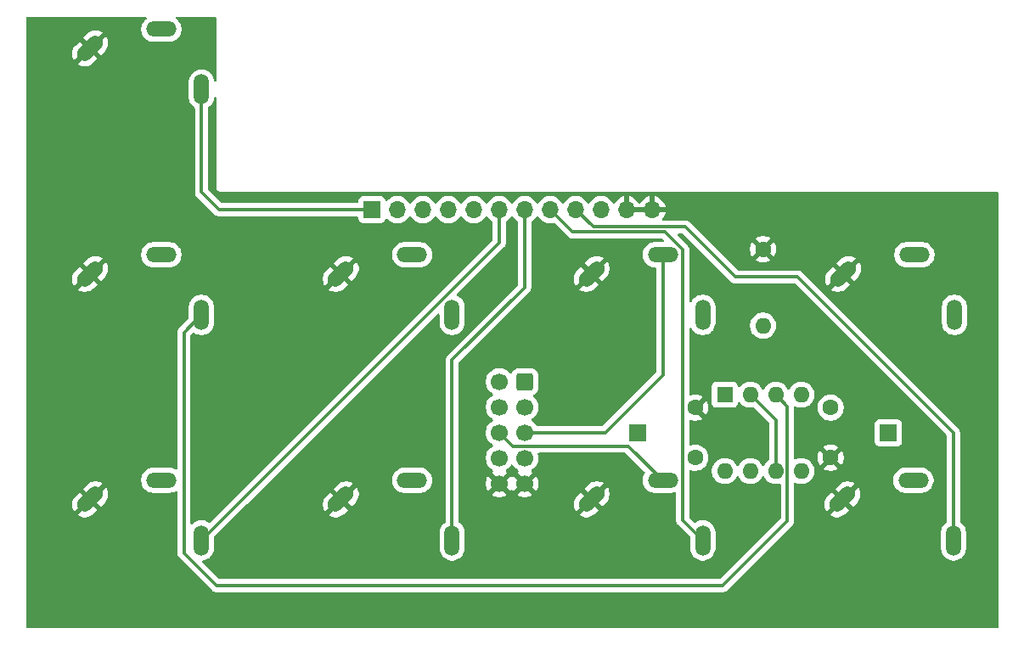
<source format=gtl>
G04 #@! TF.GenerationSoftware,KiCad,Pcbnew,9.0.0*
G04 #@! TF.CreationDate,2025-03-15T23:03:29+01:00*
G04 #@! TF.ProjectId,DMH_VCO_40106_PCB_Conn_Mk2,444d485f-5643-44f5-9f34-303130365f50,1*
G04 #@! TF.SameCoordinates,Original*
G04 #@! TF.FileFunction,Copper,L1,Top*
G04 #@! TF.FilePolarity,Positive*
%FSLAX46Y46*%
G04 Gerber Fmt 4.6, Leading zero omitted, Abs format (unit mm)*
G04 Created by KiCad (PCBNEW 9.0.0) date 2025-03-15 23:03:29*
%MOMM*%
%LPD*%
G01*
G04 APERTURE LIST*
G04 Aperture macros list*
%AMRoundRect*
0 Rectangle with rounded corners*
0 $1 Rounding radius*
0 $2 $3 $4 $5 $6 $7 $8 $9 X,Y pos of 4 corners*
0 Add a 4 corners polygon primitive as box body*
4,1,4,$2,$3,$4,$5,$6,$7,$8,$9,$2,$3,0*
0 Add four circle primitives for the rounded corners*
1,1,$1+$1,$2,$3*
1,1,$1+$1,$4,$5*
1,1,$1+$1,$6,$7*
1,1,$1+$1,$8,$9*
0 Add four rect primitives between the rounded corners*
20,1,$1+$1,$2,$3,$4,$5,0*
20,1,$1+$1,$4,$5,$6,$7,0*
20,1,$1+$1,$6,$7,$8,$9,0*
20,1,$1+$1,$8,$9,$2,$3,0*%
%AMHorizOval*
0 Thick line with rounded ends*
0 $1 width*
0 $2 $3 position (X,Y) of the first rounded end (center of the circle)*
0 $4 $5 position (X,Y) of the second rounded end (center of the circle)*
0 Add line between two ends*
20,1,$1,$2,$3,$4,$5,0*
0 Add two circle primitives to create the rounded ends*
1,1,$1,$2,$3*
1,1,$1,$4,$5*%
G04 Aperture macros list end*
G04 #@! TA.AperFunction,ComponentPad*
%ADD10HorizOval,1.508000X-0.533159X-0.533159X0.533159X0.533159X0*%
G04 #@! TD*
G04 #@! TA.AperFunction,ComponentPad*
%ADD11O,1.508000X3.016000*%
G04 #@! TD*
G04 #@! TA.AperFunction,ComponentPad*
%ADD12O,3.016000X1.508000*%
G04 #@! TD*
G04 #@! TA.AperFunction,ComponentPad*
%ADD13R,1.700000X1.700000*%
G04 #@! TD*
G04 #@! TA.AperFunction,ComponentPad*
%ADD14O,1.700000X1.700000*%
G04 #@! TD*
G04 #@! TA.AperFunction,ComponentPad*
%ADD15C,1.600000*%
G04 #@! TD*
G04 #@! TA.AperFunction,ComponentPad*
%ADD16R,1.600000X1.600000*%
G04 #@! TD*
G04 #@! TA.AperFunction,ComponentPad*
%ADD17O,1.600000X1.600000*%
G04 #@! TD*
G04 #@! TA.AperFunction,ComponentPad*
%ADD18RoundRect,0.250000X0.600000X0.600000X-0.600000X0.600000X-0.600000X-0.600000X0.600000X-0.600000X0*%
G04 #@! TD*
G04 #@! TA.AperFunction,ComponentPad*
%ADD19C,1.700000*%
G04 #@! TD*
G04 #@! TA.AperFunction,Conductor*
%ADD20C,0.300000*%
G04 #@! TD*
G04 APERTURE END LIST*
D10*
X132903810Y-224153810D03*
D11*
X144000000Y-228250000D03*
D12*
X140000000Y-222250000D03*
D10*
X82903810Y-224153810D03*
D11*
X94000000Y-228250000D03*
D12*
X90000000Y-222250000D03*
D10*
X57903810Y-179153810D03*
D11*
X69000000Y-183250000D03*
D12*
X65000000Y-177250000D03*
D10*
X57903810Y-201653810D03*
D11*
X69000000Y-205750000D03*
D12*
X65000000Y-199750000D03*
D10*
X133000000Y-201653810D03*
D11*
X144096190Y-205750000D03*
D12*
X140096190Y-199750000D03*
D10*
X82903810Y-201653810D03*
D11*
X94000000Y-205750000D03*
D12*
X90000000Y-199750000D03*
D10*
X107903810Y-224153810D03*
D11*
X119000000Y-228250000D03*
D12*
X115000000Y-222250000D03*
D10*
X107903810Y-201653810D03*
D11*
X119000000Y-205750000D03*
D12*
X115000000Y-199750000D03*
D10*
X57903810Y-224153810D03*
D11*
X69000000Y-228250000D03*
D12*
X65000000Y-222250000D03*
D13*
X86010000Y-195250000D03*
D14*
X88550000Y-195250000D03*
X91090000Y-195250000D03*
X93630000Y-195250000D03*
X96170000Y-195250000D03*
X98710000Y-195250000D03*
X101250000Y-195250000D03*
X103790000Y-195250000D03*
X106330000Y-195250000D03*
X108870000Y-195250000D03*
X111410000Y-195250000D03*
X113950000Y-195250000D03*
D15*
X118250000Y-220000000D03*
X118250000Y-215000000D03*
D13*
X137500000Y-217500000D03*
X112500000Y-217500000D03*
D16*
X121200000Y-213700000D03*
D17*
X123740000Y-213700000D03*
X126280000Y-213700000D03*
X128820000Y-213700000D03*
X128820000Y-221320000D03*
X126280000Y-221320000D03*
X123740000Y-221320000D03*
X121200000Y-221320000D03*
D18*
X101252500Y-212420000D03*
D19*
X101252500Y-214960000D03*
X101252500Y-217500000D03*
X101252500Y-220040000D03*
X101252500Y-222580000D03*
X98712500Y-212420000D03*
X98712500Y-214960000D03*
X98712500Y-217500000D03*
X98712500Y-220040000D03*
X98712500Y-222580000D03*
D15*
X131750000Y-215000000D03*
X131750000Y-220000000D03*
X125000000Y-199190000D03*
D17*
X125000000Y-206810000D03*
D20*
X69000000Y-193500000D02*
X70750000Y-195250000D01*
X69000000Y-183250000D02*
X69000000Y-193500000D01*
X70750000Y-195250000D02*
X86010000Y-195250000D01*
X108750000Y-195130000D02*
X108870000Y-195250000D01*
X109250000Y-217500000D02*
X115000000Y-211750000D01*
X115000000Y-211750000D02*
X115000000Y-199750000D01*
X101252500Y-217500000D02*
X109250000Y-217500000D01*
X98712500Y-217500000D02*
X100052500Y-218840000D01*
X100052500Y-218840000D02*
X111590000Y-218840000D01*
X111590000Y-218840000D02*
X115000000Y-222250000D01*
X127430000Y-226320000D02*
X127430000Y-214850000D01*
X127430000Y-214850000D02*
X126280000Y-213700000D01*
X69000000Y-205750000D02*
X67250000Y-207500000D01*
X67250000Y-207500000D02*
X67250000Y-229500000D01*
X67250000Y-229500000D02*
X70500000Y-232750000D01*
X121000000Y-232750000D02*
X127430000Y-226320000D01*
X70500000Y-232750000D02*
X121000000Y-232750000D01*
X126280000Y-216280000D02*
X126280000Y-221320000D01*
X123740000Y-213740000D02*
X126280000Y-216280000D01*
X88750000Y-195050000D02*
X88550000Y-195250000D01*
X101250000Y-195250000D02*
X101250000Y-203000000D01*
X101250000Y-203000000D02*
X94000000Y-210250000D01*
X94000000Y-210250000D02*
X94000000Y-228250000D01*
X103790000Y-195250000D02*
X106018553Y-197478553D01*
X115228553Y-197478553D02*
X117000000Y-199250000D01*
X106018553Y-197478553D02*
X115228553Y-197478553D01*
X117000000Y-226250000D02*
X119000000Y-228250000D01*
X117000000Y-199250000D02*
X117000000Y-226250000D01*
X98710000Y-195250000D02*
X98710000Y-198540000D01*
X98710000Y-198540000D02*
X69000000Y-228250000D01*
X117271447Y-196978553D02*
X122250000Y-201957106D01*
X122250000Y-201957106D02*
X128457106Y-201957106D01*
X108058553Y-196978553D02*
X117271447Y-196978553D01*
X106330000Y-195250000D02*
X108058553Y-196978553D01*
X128457106Y-201957106D02*
X144000000Y-217500000D01*
X144000000Y-217500000D02*
X144000000Y-228250000D01*
G04 #@! TA.AperFunction,Conductor*
G36*
X63516913Y-176020185D02*
G01*
X63562668Y-176072989D01*
X63572612Y-176142147D01*
X63543587Y-176205703D01*
X63522761Y-176224816D01*
X63486182Y-176251392D01*
X63428747Y-176293121D01*
X63289115Y-176432753D01*
X63173058Y-176592495D01*
X63083408Y-176768441D01*
X63022389Y-176956236D01*
X62991500Y-177151263D01*
X62991500Y-177348736D01*
X63022389Y-177543763D01*
X63061507Y-177664153D01*
X63083409Y-177731561D01*
X63173056Y-177907501D01*
X63173058Y-177907504D01*
X63289115Y-178067246D01*
X63428753Y-178206884D01*
X63578234Y-178315486D01*
X63588499Y-178322944D01*
X63764439Y-178412591D01*
X63860719Y-178443874D01*
X63952236Y-178473610D01*
X64147264Y-178504500D01*
X64147269Y-178504500D01*
X65852736Y-178504500D01*
X66047763Y-178473610D01*
X66235561Y-178412591D01*
X66411501Y-178322944D01*
X66501192Y-178257779D01*
X66571246Y-178206884D01*
X66571248Y-178206881D01*
X66571252Y-178206879D01*
X66710879Y-178067252D01*
X66710881Y-178067248D01*
X66710884Y-178067246D01*
X66761779Y-177997192D01*
X66826944Y-177907501D01*
X66916591Y-177731561D01*
X66977610Y-177543763D01*
X66991111Y-177458520D01*
X67008500Y-177348736D01*
X67008500Y-177151263D01*
X66977610Y-176956236D01*
X66957270Y-176893637D01*
X66916591Y-176768439D01*
X66826944Y-176592499D01*
X66819486Y-176582234D01*
X66710884Y-176432753D01*
X66571252Y-176293121D01*
X66477240Y-176224817D01*
X66434575Y-176169489D01*
X66428596Y-176099876D01*
X66461201Y-176038080D01*
X66522040Y-176003723D01*
X66550126Y-176000500D01*
X70375500Y-176000500D01*
X70442539Y-176020185D01*
X70488294Y-176072989D01*
X70499500Y-176124500D01*
X70499500Y-182368565D01*
X70479815Y-182435604D01*
X70427011Y-182481359D01*
X70357853Y-182491303D01*
X70294297Y-182462278D01*
X70256523Y-182403500D01*
X70253027Y-182387963D01*
X70223610Y-182202236D01*
X70203270Y-182139637D01*
X70162591Y-182014439D01*
X70072944Y-181838499D01*
X70065486Y-181828234D01*
X69956884Y-181678753D01*
X69817246Y-181539115D01*
X69657504Y-181423058D01*
X69657503Y-181423057D01*
X69657501Y-181423056D01*
X69481561Y-181333409D01*
X69481558Y-181333408D01*
X69293763Y-181272389D01*
X69098736Y-181241500D01*
X69098731Y-181241500D01*
X68901269Y-181241500D01*
X68901264Y-181241500D01*
X68706236Y-181272389D01*
X68518441Y-181333408D01*
X68342495Y-181423058D01*
X68182753Y-181539115D01*
X68043115Y-181678753D01*
X67927058Y-181838495D01*
X67837408Y-182014441D01*
X67776389Y-182202236D01*
X67745500Y-182397263D01*
X67745500Y-184102736D01*
X67776389Y-184297763D01*
X67837408Y-184485558D01*
X67837409Y-184485561D01*
X67927056Y-184661501D01*
X67927058Y-184661504D01*
X68043115Y-184821246D01*
X68182751Y-184960882D01*
X68240453Y-185002803D01*
X68298385Y-185044893D01*
X68341051Y-185100221D01*
X68349500Y-185145211D01*
X68349500Y-193564069D01*
X68349500Y-193564071D01*
X68349499Y-193564071D01*
X68374497Y-193689738D01*
X68374499Y-193689744D01*
X68423535Y-193808127D01*
X68488870Y-193905909D01*
X68494726Y-193914673D01*
X70335326Y-195755273D01*
X70335329Y-195755275D01*
X70335331Y-195755277D01*
X70441873Y-195826465D01*
X70560256Y-195875501D01*
X70560260Y-195875501D01*
X70560261Y-195875502D01*
X70685928Y-195900500D01*
X70685931Y-195900500D01*
X84535501Y-195900500D01*
X84602540Y-195920185D01*
X84648295Y-195972989D01*
X84659501Y-196024500D01*
X84659501Y-196147876D01*
X84665908Y-196207483D01*
X84716202Y-196342328D01*
X84716206Y-196342335D01*
X84802452Y-196457544D01*
X84802455Y-196457547D01*
X84917664Y-196543793D01*
X84917671Y-196543797D01*
X85052517Y-196594091D01*
X85052516Y-196594091D01*
X85059444Y-196594835D01*
X85112127Y-196600500D01*
X86907872Y-196600499D01*
X86967483Y-196594091D01*
X87102331Y-196543796D01*
X87217546Y-196457546D01*
X87303796Y-196342331D01*
X87352810Y-196210916D01*
X87394681Y-196154984D01*
X87460145Y-196130566D01*
X87528418Y-196145417D01*
X87556673Y-196166569D01*
X87670213Y-196280109D01*
X87842179Y-196405048D01*
X87842181Y-196405049D01*
X87842184Y-196405051D01*
X88031588Y-196501557D01*
X88233757Y-196567246D01*
X88443713Y-196600500D01*
X88443714Y-196600500D01*
X88656286Y-196600500D01*
X88656287Y-196600500D01*
X88866243Y-196567246D01*
X89068412Y-196501557D01*
X89257816Y-196405051D01*
X89344138Y-196342335D01*
X89429786Y-196280109D01*
X89429788Y-196280106D01*
X89429792Y-196280104D01*
X89580104Y-196129792D01*
X89580106Y-196129788D01*
X89580109Y-196129786D01*
X89705048Y-195957820D01*
X89705047Y-195957820D01*
X89705051Y-195957816D01*
X89709514Y-195949054D01*
X89757488Y-195898259D01*
X89825308Y-195881463D01*
X89891444Y-195903999D01*
X89930486Y-195949056D01*
X89934951Y-195957820D01*
X90059890Y-196129786D01*
X90210213Y-196280109D01*
X90382179Y-196405048D01*
X90382181Y-196405049D01*
X90382184Y-196405051D01*
X90571588Y-196501557D01*
X90773757Y-196567246D01*
X90983713Y-196600500D01*
X90983714Y-196600500D01*
X91196286Y-196600500D01*
X91196287Y-196600500D01*
X91406243Y-196567246D01*
X91608412Y-196501557D01*
X91797816Y-196405051D01*
X91884138Y-196342335D01*
X91969786Y-196280109D01*
X91969788Y-196280106D01*
X91969792Y-196280104D01*
X92120104Y-196129792D01*
X92120106Y-196129788D01*
X92120109Y-196129786D01*
X92245048Y-195957820D01*
X92245047Y-195957820D01*
X92245051Y-195957816D01*
X92249514Y-195949054D01*
X92297488Y-195898259D01*
X92365308Y-195881463D01*
X92431444Y-195903999D01*
X92470486Y-195949056D01*
X92474951Y-195957820D01*
X92599890Y-196129786D01*
X92750213Y-196280109D01*
X92922179Y-196405048D01*
X92922181Y-196405049D01*
X92922184Y-196405051D01*
X93111588Y-196501557D01*
X93313757Y-196567246D01*
X93523713Y-196600500D01*
X93523714Y-196600500D01*
X93736286Y-196600500D01*
X93736287Y-196600500D01*
X93946243Y-196567246D01*
X94148412Y-196501557D01*
X94337816Y-196405051D01*
X94424138Y-196342335D01*
X94509786Y-196280109D01*
X94509788Y-196280106D01*
X94509792Y-196280104D01*
X94660104Y-196129792D01*
X94660106Y-196129788D01*
X94660109Y-196129786D01*
X94785048Y-195957820D01*
X94785047Y-195957820D01*
X94785051Y-195957816D01*
X94789514Y-195949054D01*
X94837488Y-195898259D01*
X94905308Y-195881463D01*
X94971444Y-195903999D01*
X95010486Y-195949056D01*
X95014951Y-195957820D01*
X95139890Y-196129786D01*
X95290213Y-196280109D01*
X95462179Y-196405048D01*
X95462181Y-196405049D01*
X95462184Y-196405051D01*
X95651588Y-196501557D01*
X95853757Y-196567246D01*
X96063713Y-196600500D01*
X96063714Y-196600500D01*
X96276286Y-196600500D01*
X96276287Y-196600500D01*
X96486243Y-196567246D01*
X96688412Y-196501557D01*
X96877816Y-196405051D01*
X96964138Y-196342335D01*
X97049786Y-196280109D01*
X97049788Y-196280106D01*
X97049792Y-196280104D01*
X97200104Y-196129792D01*
X97200106Y-196129788D01*
X97200109Y-196129786D01*
X97325048Y-195957820D01*
X97325047Y-195957820D01*
X97325051Y-195957816D01*
X97329514Y-195949054D01*
X97377488Y-195898259D01*
X97445308Y-195881463D01*
X97511444Y-195903999D01*
X97550486Y-195949056D01*
X97554951Y-195957820D01*
X97679890Y-196129786D01*
X97679896Y-196129792D01*
X97830208Y-196280104D01*
X98002184Y-196405051D01*
X98002188Y-196405053D01*
X98006126Y-196407914D01*
X98005146Y-196409262D01*
X98047160Y-196455690D01*
X98059500Y-196509617D01*
X98059500Y-198219191D01*
X98039815Y-198286230D01*
X98023181Y-198306872D01*
X69876894Y-226453158D01*
X69815571Y-226486643D01*
X69745879Y-226481659D01*
X69716329Y-226465796D01*
X69657501Y-226423056D01*
X69657499Y-226423055D01*
X69611814Y-226399777D01*
X69481561Y-226333409D01*
X69481558Y-226333408D01*
X69293763Y-226272389D01*
X69098736Y-226241500D01*
X69098731Y-226241500D01*
X68901269Y-226241500D01*
X68901264Y-226241500D01*
X68706236Y-226272389D01*
X68518441Y-226333408D01*
X68342495Y-226423058D01*
X68182753Y-226539115D01*
X68182749Y-226539119D01*
X68112181Y-226609688D01*
X68050858Y-226643173D01*
X67981166Y-226638189D01*
X67925233Y-226596317D01*
X67900816Y-226530853D01*
X67900500Y-226522007D01*
X67900500Y-207820807D01*
X67920185Y-207753768D01*
X67936815Y-207733130D01*
X68123106Y-207546838D01*
X68184427Y-207513355D01*
X68254118Y-207518339D01*
X68283671Y-207534203D01*
X68342499Y-207576944D01*
X68518439Y-207666591D01*
X68643637Y-207707270D01*
X68706236Y-207727610D01*
X68901264Y-207758500D01*
X68901269Y-207758500D01*
X69098736Y-207758500D01*
X69293763Y-207727610D01*
X69481561Y-207666591D01*
X69657501Y-207576944D01*
X69774954Y-207491610D01*
X69817246Y-207460884D01*
X69817248Y-207460881D01*
X69817252Y-207460879D01*
X69956879Y-207321252D01*
X69956881Y-207321248D01*
X69956884Y-207321246D01*
X70007779Y-207251192D01*
X70072944Y-207161501D01*
X70162591Y-206985561D01*
X70223610Y-206797763D01*
X70241727Y-206683377D01*
X70254500Y-206602736D01*
X70254500Y-204897263D01*
X70223610Y-204702236D01*
X70203270Y-204639637D01*
X70162591Y-204514439D01*
X70072944Y-204338499D01*
X70065486Y-204328234D01*
X69956884Y-204178753D01*
X69817246Y-204039115D01*
X69657504Y-203923058D01*
X69657503Y-203923057D01*
X69657501Y-203923056D01*
X69481561Y-203833409D01*
X69481558Y-203833408D01*
X69293763Y-203772389D01*
X69098736Y-203741500D01*
X69098731Y-203741500D01*
X68901269Y-203741500D01*
X68901264Y-203741500D01*
X68706236Y-203772389D01*
X68518441Y-203833408D01*
X68342495Y-203923058D01*
X68182753Y-204039115D01*
X68043115Y-204178753D01*
X67927058Y-204338495D01*
X67837408Y-204514441D01*
X67776389Y-204702236D01*
X67745500Y-204897263D01*
X67745500Y-206033191D01*
X67725815Y-206100230D01*
X67709181Y-206120872D01*
X66744727Y-207085325D01*
X66744724Y-207085328D01*
X66709676Y-207137781D01*
X66709677Y-207137782D01*
X66673534Y-207191874D01*
X66624499Y-207310255D01*
X66624497Y-207310261D01*
X66599500Y-207435928D01*
X66599500Y-221070843D01*
X66579815Y-221137882D01*
X66527011Y-221183637D01*
X66457853Y-221193581D01*
X66416204Y-221178556D01*
X66415842Y-221179268D01*
X66366495Y-221154124D01*
X66235561Y-221087409D01*
X66235558Y-221087408D01*
X66047763Y-221026389D01*
X65852736Y-220995500D01*
X65852731Y-220995500D01*
X64147269Y-220995500D01*
X64147264Y-220995500D01*
X63952236Y-221026389D01*
X63764441Y-221087408D01*
X63588495Y-221177058D01*
X63428753Y-221293115D01*
X63289115Y-221432753D01*
X63173058Y-221592495D01*
X63083408Y-221768441D01*
X63022389Y-221956236D01*
X62991500Y-222151263D01*
X62991500Y-222348736D01*
X63022389Y-222543763D01*
X63083408Y-222731558D01*
X63083409Y-222731561D01*
X63173056Y-222907501D01*
X63173058Y-222907504D01*
X63289115Y-223067246D01*
X63428753Y-223206884D01*
X63539788Y-223287554D01*
X63588499Y-223322944D01*
X63764439Y-223412591D01*
X63860719Y-223443874D01*
X63952236Y-223473610D01*
X64147264Y-223504500D01*
X64147269Y-223504500D01*
X65852736Y-223504500D01*
X66047763Y-223473610D01*
X66082279Y-223462395D01*
X66235561Y-223412591D01*
X66411501Y-223322944D01*
X66411501Y-223322943D01*
X66415842Y-223320732D01*
X66416428Y-223321883D01*
X66478152Y-223305184D01*
X66544755Y-223326298D01*
X66589370Y-223380069D01*
X66599500Y-223429156D01*
X66599500Y-229564070D01*
X66614163Y-229637781D01*
X66614163Y-229637783D01*
X66624497Y-229689736D01*
X66624499Y-229689744D01*
X66673534Y-229808125D01*
X66744726Y-229914673D01*
X70085326Y-233255273D01*
X70085329Y-233255275D01*
X70085331Y-233255277D01*
X70191873Y-233326465D01*
X70310256Y-233375501D01*
X70310260Y-233375501D01*
X70310261Y-233375502D01*
X70435928Y-233400500D01*
X70435931Y-233400500D01*
X121064071Y-233400500D01*
X121148615Y-233383682D01*
X121189744Y-233375501D01*
X121308127Y-233326465D01*
X121414669Y-233255277D01*
X127935276Y-226734669D01*
X128006465Y-226628127D01*
X128055501Y-226509744D01*
X128069425Y-226439744D01*
X128080500Y-226384069D01*
X128080500Y-224588277D01*
X131116651Y-224588277D01*
X131116651Y-224785660D01*
X131147529Y-224980616D01*
X131208521Y-225168335D01*
X131208522Y-225168338D01*
X131298134Y-225344210D01*
X131324106Y-225379958D01*
X131324107Y-225379958D01*
X131890517Y-224813547D01*
X131907555Y-224877132D01*
X131973381Y-224991147D01*
X132066473Y-225084239D01*
X132180488Y-225150065D01*
X132244069Y-225167101D01*
X131677660Y-225733510D01*
X131677660Y-225733511D01*
X131713415Y-225759488D01*
X131889281Y-225849097D01*
X131889284Y-225849098D01*
X132077003Y-225910090D01*
X132271960Y-225940969D01*
X132469342Y-225940969D01*
X132664298Y-225910090D01*
X132852017Y-225849098D01*
X132852020Y-225849097D01*
X133027890Y-225759486D01*
X133187578Y-225643464D01*
X133187579Y-225643464D01*
X133613745Y-225217298D01*
X133613745Y-225217297D01*
X133080586Y-224684139D01*
X133434139Y-224330586D01*
X133967297Y-224863745D01*
X134393463Y-224437579D01*
X134393463Y-224437578D01*
X134509485Y-224277889D01*
X134509489Y-224277883D01*
X134599097Y-224102021D01*
X134599099Y-224102015D01*
X134660090Y-223914300D01*
X134690969Y-223719343D01*
X134690969Y-223521959D01*
X134660090Y-223327003D01*
X134599098Y-223139284D01*
X134599097Y-223139281D01*
X134509489Y-222963419D01*
X134509481Y-222963406D01*
X134483511Y-222927661D01*
X134483510Y-222927660D01*
X133917102Y-223494068D01*
X133900066Y-223430488D01*
X133834240Y-223316472D01*
X133741148Y-223223380D01*
X133627132Y-223157554D01*
X133563548Y-223140516D01*
X134129958Y-222574108D01*
X134094208Y-222548134D01*
X133918338Y-222458522D01*
X133918335Y-222458521D01*
X133730616Y-222397529D01*
X133535660Y-222366651D01*
X133338277Y-222366651D01*
X133143319Y-222397529D01*
X132955604Y-222458520D01*
X132955598Y-222458522D01*
X132779736Y-222548130D01*
X132779730Y-222548134D01*
X132620044Y-222664153D01*
X132193874Y-223090321D01*
X132727033Y-223623480D01*
X132373480Y-223977033D01*
X131840321Y-223443874D01*
X131840320Y-223443874D01*
X131414156Y-223870039D01*
X131414155Y-223870041D01*
X131298133Y-224029729D01*
X131208522Y-224205599D01*
X131208521Y-224205602D01*
X131147529Y-224393321D01*
X131116651Y-224588277D01*
X128080500Y-224588277D01*
X128080500Y-222605140D01*
X128100185Y-222538101D01*
X128152989Y-222492346D01*
X128222147Y-222482402D01*
X128260796Y-222494656D01*
X128320774Y-222525217D01*
X128320777Y-222525217D01*
X128320781Y-222525220D01*
X128455245Y-222568910D01*
X128515465Y-222588477D01*
X128616557Y-222604488D01*
X128717648Y-222620500D01*
X128717649Y-222620500D01*
X128922351Y-222620500D01*
X128922352Y-222620500D01*
X129124534Y-222588477D01*
X129319219Y-222525220D01*
X129501610Y-222432287D01*
X129616616Y-222348731D01*
X129667213Y-222311971D01*
X129667215Y-222311968D01*
X129667219Y-222311966D01*
X129811966Y-222167219D01*
X129823559Y-222151263D01*
X137991500Y-222151263D01*
X137991500Y-222348736D01*
X138022389Y-222543763D01*
X138083408Y-222731558D01*
X138083409Y-222731561D01*
X138173056Y-222907501D01*
X138173058Y-222907504D01*
X138289115Y-223067246D01*
X138428753Y-223206884D01*
X138539788Y-223287554D01*
X138588499Y-223322944D01*
X138764439Y-223412591D01*
X138860719Y-223443874D01*
X138952236Y-223473610D01*
X139147264Y-223504500D01*
X139147269Y-223504500D01*
X140852736Y-223504500D01*
X141047763Y-223473610D01*
X141082279Y-223462395D01*
X141235561Y-223412591D01*
X141411501Y-223322944D01*
X141543342Y-223227157D01*
X141571246Y-223206884D01*
X141571248Y-223206881D01*
X141571252Y-223206879D01*
X141710879Y-223067252D01*
X141710881Y-223067248D01*
X141710884Y-223067246D01*
X141774199Y-222980099D01*
X141826944Y-222907501D01*
X141916591Y-222731561D01*
X141977610Y-222543763D01*
X141980570Y-222525076D01*
X142008500Y-222348736D01*
X142008500Y-222151263D01*
X141977610Y-221956236D01*
X141950382Y-221872439D01*
X141916591Y-221768439D01*
X141826944Y-221592499D01*
X141784203Y-221533670D01*
X141710884Y-221432753D01*
X141571246Y-221293115D01*
X141411504Y-221177058D01*
X141411503Y-221177057D01*
X141411501Y-221177056D01*
X141235561Y-221087409D01*
X141235558Y-221087408D01*
X141047763Y-221026389D01*
X140852736Y-220995500D01*
X140852731Y-220995500D01*
X139147269Y-220995500D01*
X139147264Y-220995500D01*
X138952236Y-221026389D01*
X138764441Y-221087408D01*
X138588495Y-221177058D01*
X138428753Y-221293115D01*
X138289115Y-221432753D01*
X138173058Y-221592495D01*
X138083408Y-221768441D01*
X138022389Y-221956236D01*
X137991500Y-222151263D01*
X129823559Y-222151263D01*
X129932287Y-222001610D01*
X130025220Y-221819219D01*
X130088477Y-221624534D01*
X130120500Y-221422352D01*
X130120500Y-221217648D01*
X130088477Y-221015466D01*
X130080841Y-220991966D01*
X130025218Y-220820776D01*
X129960621Y-220693999D01*
X129932287Y-220638390D01*
X129874182Y-220558414D01*
X129811971Y-220472786D01*
X129667213Y-220328028D01*
X129501613Y-220207715D01*
X129501612Y-220207714D01*
X129501610Y-220207713D01*
X129444653Y-220178691D01*
X129319223Y-220114781D01*
X129124534Y-220051522D01*
X128949995Y-220023878D01*
X128922352Y-220019500D01*
X128717648Y-220019500D01*
X128693329Y-220023351D01*
X128515465Y-220051522D01*
X128320773Y-220114782D01*
X128260794Y-220145344D01*
X128258089Y-220145851D01*
X128256011Y-220147653D01*
X128223957Y-220152261D01*
X128192125Y-220158240D01*
X128189576Y-220157205D01*
X128186853Y-220157597D01*
X128157387Y-220144140D01*
X128127385Y-220131963D01*
X128125800Y-220129715D01*
X128123297Y-220128572D01*
X128105785Y-220101323D01*
X128087128Y-220074857D01*
X128086555Y-220071400D01*
X128085523Y-220069794D01*
X128080500Y-220034859D01*
X128080500Y-219897682D01*
X130450000Y-219897682D01*
X130450000Y-220102317D01*
X130482009Y-220304417D01*
X130545244Y-220499031D01*
X130638141Y-220681350D01*
X130638147Y-220681359D01*
X130670523Y-220725921D01*
X130670524Y-220725922D01*
X131350000Y-220046446D01*
X131350000Y-220052661D01*
X131377259Y-220154394D01*
X131429920Y-220245606D01*
X131504394Y-220320080D01*
X131595606Y-220372741D01*
X131697339Y-220400000D01*
X131703553Y-220400000D01*
X131024076Y-221079474D01*
X131068650Y-221111859D01*
X131250968Y-221204755D01*
X131445582Y-221267990D01*
X131647683Y-221300000D01*
X131852317Y-221300000D01*
X132054417Y-221267990D01*
X132249031Y-221204755D01*
X132431349Y-221111859D01*
X132475921Y-221079474D01*
X131796447Y-220400000D01*
X131802661Y-220400000D01*
X131904394Y-220372741D01*
X131995606Y-220320080D01*
X132070080Y-220245606D01*
X132122741Y-220154394D01*
X132150000Y-220052661D01*
X132150000Y-220046448D01*
X132829474Y-220725922D01*
X132829474Y-220725921D01*
X132861859Y-220681349D01*
X132954755Y-220499031D01*
X133017990Y-220304417D01*
X133050000Y-220102317D01*
X133050000Y-219897682D01*
X133017990Y-219695582D01*
X132954755Y-219500968D01*
X132861859Y-219318650D01*
X132829474Y-219274077D01*
X132829474Y-219274076D01*
X132150000Y-219953551D01*
X132150000Y-219947339D01*
X132122741Y-219845606D01*
X132070080Y-219754394D01*
X131995606Y-219679920D01*
X131904394Y-219627259D01*
X131802661Y-219600000D01*
X131796446Y-219600000D01*
X132475922Y-218920524D01*
X132475921Y-218920523D01*
X132431359Y-218888147D01*
X132431350Y-218888141D01*
X132249031Y-218795244D01*
X132054417Y-218732009D01*
X131852317Y-218700000D01*
X131647683Y-218700000D01*
X131445582Y-218732009D01*
X131250968Y-218795244D01*
X131068644Y-218888143D01*
X131024077Y-218920523D01*
X131024077Y-218920524D01*
X131703554Y-219600000D01*
X131697339Y-219600000D01*
X131595606Y-219627259D01*
X131504394Y-219679920D01*
X131429920Y-219754394D01*
X131377259Y-219845606D01*
X131350000Y-219947339D01*
X131350000Y-219953553D01*
X130670524Y-219274077D01*
X130670523Y-219274077D01*
X130638143Y-219318644D01*
X130545244Y-219500968D01*
X130482009Y-219695582D01*
X130450000Y-219897682D01*
X128080500Y-219897682D01*
X128080500Y-216602135D01*
X136149500Y-216602135D01*
X136149500Y-218397870D01*
X136149501Y-218397876D01*
X136155908Y-218457483D01*
X136206202Y-218592328D01*
X136206206Y-218592335D01*
X136292452Y-218707544D01*
X136292455Y-218707547D01*
X136407664Y-218793793D01*
X136407671Y-218793797D01*
X136542517Y-218844091D01*
X136542516Y-218844091D01*
X136549444Y-218844835D01*
X136602127Y-218850500D01*
X138397872Y-218850499D01*
X138457483Y-218844091D01*
X138592331Y-218793796D01*
X138707546Y-218707546D01*
X138793796Y-218592331D01*
X138844091Y-218457483D01*
X138850500Y-218397873D01*
X138850499Y-216602128D01*
X138844091Y-216542517D01*
X138833129Y-216513127D01*
X138793797Y-216407671D01*
X138793793Y-216407664D01*
X138707547Y-216292455D01*
X138707544Y-216292452D01*
X138592335Y-216206206D01*
X138592328Y-216206202D01*
X138457482Y-216155908D01*
X138457483Y-216155908D01*
X138397883Y-216149501D01*
X138397881Y-216149500D01*
X138397873Y-216149500D01*
X138397864Y-216149500D01*
X136602129Y-216149500D01*
X136602123Y-216149501D01*
X136542516Y-216155908D01*
X136407671Y-216206202D01*
X136407664Y-216206206D01*
X136292455Y-216292452D01*
X136292452Y-216292455D01*
X136206206Y-216407664D01*
X136206202Y-216407671D01*
X136155908Y-216542517D01*
X136149642Y-216600808D01*
X136149501Y-216602123D01*
X136149500Y-216602135D01*
X128080500Y-216602135D01*
X128080500Y-214985140D01*
X128100185Y-214918101D01*
X128152989Y-214872346D01*
X128222147Y-214862402D01*
X128260796Y-214874656D01*
X128320774Y-214905217D01*
X128320777Y-214905217D01*
X128320781Y-214905220D01*
X128439506Y-214943796D01*
X128515465Y-214968477D01*
X128616557Y-214984488D01*
X128717648Y-215000500D01*
X128717649Y-215000500D01*
X128922351Y-215000500D01*
X128922352Y-215000500D01*
X129124534Y-214968477D01*
X129319219Y-214905220D01*
X129334080Y-214897648D01*
X130449500Y-214897648D01*
X130449500Y-215102352D01*
X130453878Y-215129995D01*
X130481522Y-215304534D01*
X130544781Y-215499223D01*
X130637715Y-215681613D01*
X130758028Y-215847213D01*
X130902786Y-215991971D01*
X131019836Y-216077011D01*
X131068390Y-216112287D01*
X131154001Y-216155908D01*
X131250776Y-216205218D01*
X131250778Y-216205218D01*
X131250781Y-216205220D01*
X131296405Y-216220044D01*
X131445465Y-216268477D01*
X131546557Y-216284488D01*
X131647648Y-216300500D01*
X131647649Y-216300500D01*
X131852351Y-216300500D01*
X131852352Y-216300500D01*
X132054534Y-216268477D01*
X132249219Y-216205220D01*
X132431610Y-216112287D01*
X132524590Y-216044732D01*
X132597213Y-215991971D01*
X132597215Y-215991968D01*
X132597219Y-215991966D01*
X132741966Y-215847219D01*
X132741968Y-215847215D01*
X132741971Y-215847213D01*
X132794732Y-215774590D01*
X132862287Y-215681610D01*
X132955220Y-215499219D01*
X133018477Y-215304534D01*
X133050500Y-215102352D01*
X133050500Y-214897648D01*
X133046858Y-214874656D01*
X133018477Y-214695465D01*
X132970520Y-214547870D01*
X132955220Y-214500781D01*
X132955218Y-214500778D01*
X132955218Y-214500776D01*
X132921503Y-214434607D01*
X132862287Y-214318390D01*
X132830092Y-214274077D01*
X132741971Y-214152786D01*
X132597213Y-214008028D01*
X132431613Y-213887715D01*
X132431612Y-213887714D01*
X132431610Y-213887713D01*
X132374653Y-213858691D01*
X132249223Y-213794781D01*
X132054534Y-213731522D01*
X131879995Y-213703878D01*
X131852352Y-213699500D01*
X131647648Y-213699500D01*
X131623329Y-213703351D01*
X131445465Y-213731522D01*
X131250776Y-213794781D01*
X131068386Y-213887715D01*
X130902786Y-214008028D01*
X130758028Y-214152786D01*
X130637715Y-214318386D01*
X130544781Y-214500776D01*
X130481522Y-214695465D01*
X130453142Y-214874656D01*
X130449500Y-214897648D01*
X129334080Y-214897648D01*
X129501610Y-214812287D01*
X129512560Y-214804331D01*
X129528905Y-214792457D01*
X129528905Y-214792456D01*
X129563153Y-214767574D01*
X129667219Y-214691966D01*
X129811966Y-214547219D01*
X129811968Y-214547215D01*
X129811971Y-214547213D01*
X129872670Y-214463666D01*
X129932287Y-214381610D01*
X130025220Y-214199219D01*
X130088477Y-214004534D01*
X130120500Y-213802352D01*
X130120500Y-213597648D01*
X130088477Y-213395466D01*
X130025220Y-213200781D01*
X130025218Y-213200778D01*
X130025218Y-213200776D01*
X129979515Y-213111080D01*
X129932287Y-213018390D01*
X129874182Y-212938414D01*
X129811971Y-212852786D01*
X129667213Y-212708028D01*
X129501613Y-212587715D01*
X129501612Y-212587714D01*
X129501610Y-212587713D01*
X129444653Y-212558691D01*
X129319223Y-212494781D01*
X129124534Y-212431522D01*
X128949995Y-212403878D01*
X128922352Y-212399500D01*
X128717648Y-212399500D01*
X128693329Y-212403351D01*
X128515465Y-212431522D01*
X128320776Y-212494781D01*
X128138386Y-212587715D01*
X127972786Y-212708028D01*
X127828028Y-212852786D01*
X127707715Y-213018386D01*
X127660485Y-213111080D01*
X127612510Y-213161876D01*
X127544689Y-213178671D01*
X127478554Y-213156134D01*
X127439515Y-213111080D01*
X127438883Y-213109840D01*
X127392287Y-213018390D01*
X127334182Y-212938414D01*
X127271971Y-212852786D01*
X127127213Y-212708028D01*
X126961613Y-212587715D01*
X126961612Y-212587714D01*
X126961610Y-212587713D01*
X126904653Y-212558691D01*
X126779223Y-212494781D01*
X126584534Y-212431522D01*
X126409995Y-212403878D01*
X126382352Y-212399500D01*
X126177648Y-212399500D01*
X126153329Y-212403351D01*
X125975465Y-212431522D01*
X125780776Y-212494781D01*
X125598386Y-212587715D01*
X125432786Y-212708028D01*
X125288028Y-212852786D01*
X125167715Y-213018386D01*
X125120485Y-213111080D01*
X125072510Y-213161876D01*
X125004689Y-213178671D01*
X124938554Y-213156134D01*
X124899515Y-213111080D01*
X124898883Y-213109840D01*
X124852287Y-213018390D01*
X124794182Y-212938414D01*
X124731971Y-212852786D01*
X124587213Y-212708028D01*
X124421613Y-212587715D01*
X124421612Y-212587714D01*
X124421610Y-212587713D01*
X124364653Y-212558691D01*
X124239223Y-212494781D01*
X124044534Y-212431522D01*
X123869995Y-212403878D01*
X123842352Y-212399500D01*
X123637648Y-212399500D01*
X123613329Y-212403351D01*
X123435465Y-212431522D01*
X123240776Y-212494781D01*
X123058386Y-212587715D01*
X122892786Y-212708028D01*
X122748032Y-212852782D01*
X122721668Y-212889070D01*
X122666338Y-212931735D01*
X122596724Y-212937714D01*
X122534929Y-212905108D01*
X122500572Y-212844269D01*
X122498060Y-212829438D01*
X122497640Y-212825533D01*
X122494091Y-212792517D01*
X122443796Y-212657669D01*
X122443795Y-212657668D01*
X122443793Y-212657664D01*
X122357547Y-212542455D01*
X122357544Y-212542452D01*
X122242335Y-212456206D01*
X122242328Y-212456202D01*
X122107482Y-212405908D01*
X122107483Y-212405908D01*
X122047883Y-212399501D01*
X122047881Y-212399500D01*
X122047873Y-212399500D01*
X122047864Y-212399500D01*
X120352129Y-212399500D01*
X120352123Y-212399501D01*
X120292516Y-212405908D01*
X120157671Y-212456202D01*
X120157664Y-212456206D01*
X120042455Y-212542452D01*
X120042452Y-212542455D01*
X119956206Y-212657664D01*
X119956202Y-212657671D01*
X119905908Y-212792517D01*
X119899501Y-212852116D01*
X119899500Y-212852135D01*
X119899500Y-214547870D01*
X119899501Y-214547876D01*
X119905908Y-214607483D01*
X119956202Y-214742328D01*
X119956206Y-214742335D01*
X120042452Y-214857544D01*
X120042455Y-214857547D01*
X120157664Y-214943793D01*
X120157671Y-214943797D01*
X120292517Y-214994091D01*
X120292516Y-214994091D01*
X120299444Y-214994835D01*
X120352127Y-215000500D01*
X122047872Y-215000499D01*
X122107483Y-214994091D01*
X122242331Y-214943796D01*
X122357546Y-214857546D01*
X122443796Y-214742331D01*
X122494091Y-214607483D01*
X122498061Y-214570556D01*
X122524796Y-214506011D01*
X122582188Y-214466161D01*
X122652013Y-214463666D01*
X122712102Y-214499317D01*
X122721667Y-214510929D01*
X122748032Y-214547217D01*
X122892786Y-214691971D01*
X123031095Y-214792456D01*
X123058390Y-214812287D01*
X123147212Y-214857544D01*
X123240776Y-214905218D01*
X123240778Y-214905218D01*
X123240781Y-214905220D01*
X123345137Y-214939127D01*
X123435465Y-214968477D01*
X123536557Y-214984488D01*
X123637648Y-215000500D01*
X123637649Y-215000500D01*
X123842351Y-215000500D01*
X123842352Y-215000500D01*
X123985582Y-214977814D01*
X124054874Y-214986768D01*
X124092660Y-215012606D01*
X125593181Y-216513127D01*
X125626666Y-216574450D01*
X125629500Y-216600808D01*
X125629500Y-220121928D01*
X125609815Y-220188967D01*
X125578385Y-220222246D01*
X125432787Y-220328028D01*
X125432782Y-220328032D01*
X125288028Y-220472786D01*
X125167715Y-220638386D01*
X125120485Y-220731080D01*
X125072510Y-220781876D01*
X125004689Y-220798671D01*
X124938554Y-220776134D01*
X124899515Y-220731080D01*
X124880621Y-220693999D01*
X124852287Y-220638390D01*
X124794182Y-220558414D01*
X124731971Y-220472786D01*
X124587213Y-220328028D01*
X124421613Y-220207715D01*
X124421612Y-220207714D01*
X124421610Y-220207713D01*
X124364653Y-220178691D01*
X124239223Y-220114781D01*
X124044534Y-220051522D01*
X123869995Y-220023878D01*
X123842352Y-220019500D01*
X123637648Y-220019500D01*
X123613329Y-220023351D01*
X123435465Y-220051522D01*
X123240776Y-220114781D01*
X123058386Y-220207715D01*
X122892786Y-220328028D01*
X122748028Y-220472786D01*
X122627715Y-220638386D01*
X122580485Y-220731080D01*
X122532510Y-220781876D01*
X122464689Y-220798671D01*
X122398554Y-220776134D01*
X122359515Y-220731080D01*
X122340621Y-220693999D01*
X122312287Y-220638390D01*
X122254182Y-220558414D01*
X122191971Y-220472786D01*
X122047213Y-220328028D01*
X121881613Y-220207715D01*
X121881612Y-220207714D01*
X121881610Y-220207713D01*
X121824653Y-220178691D01*
X121699223Y-220114781D01*
X121504534Y-220051522D01*
X121329995Y-220023878D01*
X121302352Y-220019500D01*
X121097648Y-220019500D01*
X121073329Y-220023351D01*
X120895465Y-220051522D01*
X120700776Y-220114781D01*
X120518386Y-220207715D01*
X120352786Y-220328028D01*
X120208028Y-220472786D01*
X120087715Y-220638386D01*
X119994781Y-220820776D01*
X119931522Y-221015465D01*
X119903079Y-221195049D01*
X119899500Y-221217648D01*
X119899500Y-221422352D01*
X119899979Y-221425376D01*
X119931522Y-221624534D01*
X119994781Y-221819223D01*
X120087715Y-222001613D01*
X120208028Y-222167213D01*
X120352786Y-222311971D01*
X120470549Y-222397529D01*
X120518390Y-222432287D01*
X120616746Y-222482402D01*
X120700776Y-222525218D01*
X120700778Y-222525218D01*
X120700781Y-222525220D01*
X120771291Y-222548130D01*
X120895465Y-222588477D01*
X120996557Y-222604488D01*
X121097648Y-222620500D01*
X121097649Y-222620500D01*
X121302351Y-222620500D01*
X121302352Y-222620500D01*
X121504534Y-222588477D01*
X121699219Y-222525220D01*
X121881610Y-222432287D01*
X121996616Y-222348731D01*
X122047213Y-222311971D01*
X122047215Y-222311968D01*
X122047219Y-222311966D01*
X122191966Y-222167219D01*
X122191968Y-222167215D01*
X122191971Y-222167213D01*
X122312284Y-222001614D01*
X122312285Y-222001613D01*
X122312287Y-222001610D01*
X122359516Y-221908917D01*
X122407489Y-221858123D01*
X122475310Y-221841328D01*
X122541445Y-221863865D01*
X122580483Y-221908917D01*
X122601232Y-221949638D01*
X122627715Y-222001614D01*
X122748028Y-222167213D01*
X122892786Y-222311971D01*
X123010549Y-222397529D01*
X123058390Y-222432287D01*
X123156746Y-222482402D01*
X123240776Y-222525218D01*
X123240778Y-222525218D01*
X123240781Y-222525220D01*
X123311291Y-222548130D01*
X123435465Y-222588477D01*
X123536557Y-222604488D01*
X123637648Y-222620500D01*
X123637649Y-222620500D01*
X123842351Y-222620500D01*
X123842352Y-222620500D01*
X124044534Y-222588477D01*
X124239219Y-222525220D01*
X124421610Y-222432287D01*
X124536616Y-222348731D01*
X124587213Y-222311971D01*
X124587215Y-222311968D01*
X124587219Y-222311966D01*
X124731966Y-222167219D01*
X124731968Y-222167215D01*
X124731971Y-222167213D01*
X124852284Y-222001614D01*
X124852285Y-222001613D01*
X124852287Y-222001610D01*
X124899516Y-221908917D01*
X124947489Y-221858123D01*
X125015310Y-221841328D01*
X125081445Y-221863865D01*
X125120483Y-221908917D01*
X125141232Y-221949638D01*
X125167715Y-222001614D01*
X125288028Y-222167213D01*
X125432786Y-222311971D01*
X125550549Y-222397529D01*
X125598390Y-222432287D01*
X125696746Y-222482402D01*
X125780776Y-222525218D01*
X125780778Y-222525218D01*
X125780781Y-222525220D01*
X125851291Y-222548130D01*
X125975465Y-222588477D01*
X126076557Y-222604488D01*
X126177648Y-222620500D01*
X126177649Y-222620500D01*
X126382351Y-222620500D01*
X126382352Y-222620500D01*
X126584534Y-222588477D01*
X126584539Y-222588475D01*
X126584541Y-222588475D01*
X126617180Y-222577870D01*
X126687021Y-222575873D01*
X126746855Y-222611953D01*
X126777684Y-222674653D01*
X126779500Y-222695800D01*
X126779500Y-225999192D01*
X126759815Y-226066231D01*
X126743181Y-226086873D01*
X120766873Y-232063181D01*
X120705550Y-232096666D01*
X120679192Y-232099500D01*
X70820808Y-232099500D01*
X70753769Y-232079815D01*
X70733127Y-232063181D01*
X69123812Y-230453866D01*
X69090327Y-230392543D01*
X69095311Y-230322851D01*
X69137183Y-230266918D01*
X69192094Y-230243712D01*
X69293763Y-230227610D01*
X69481561Y-230166591D01*
X69657501Y-230076944D01*
X69747192Y-230011779D01*
X69817246Y-229960884D01*
X69817248Y-229960881D01*
X69817252Y-229960879D01*
X69956879Y-229821252D01*
X69956881Y-229821248D01*
X69956884Y-229821246D01*
X70052430Y-229689736D01*
X70072944Y-229661501D01*
X70162591Y-229485561D01*
X70223610Y-229297763D01*
X70254500Y-229102736D01*
X70254500Y-227966808D01*
X70274185Y-227899769D01*
X70290819Y-227879127D01*
X73581669Y-224588277D01*
X81116651Y-224588277D01*
X81116651Y-224785660D01*
X81147529Y-224980616D01*
X81208521Y-225168335D01*
X81208522Y-225168338D01*
X81298134Y-225344210D01*
X81324106Y-225379958D01*
X81324107Y-225379958D01*
X81890517Y-224813547D01*
X81907555Y-224877132D01*
X81973381Y-224991147D01*
X82066473Y-225084239D01*
X82180488Y-225150065D01*
X82244069Y-225167101D01*
X81677660Y-225733510D01*
X81677660Y-225733511D01*
X81713415Y-225759488D01*
X81889281Y-225849097D01*
X81889284Y-225849098D01*
X82077003Y-225910090D01*
X82271960Y-225940969D01*
X82469342Y-225940969D01*
X82664298Y-225910090D01*
X82852017Y-225849098D01*
X82852020Y-225849097D01*
X83027890Y-225759486D01*
X83187578Y-225643464D01*
X83187579Y-225643464D01*
X83613745Y-225217298D01*
X83613745Y-225217297D01*
X83080586Y-224684139D01*
X83434139Y-224330586D01*
X83967298Y-224863745D01*
X84393463Y-224437579D01*
X84393463Y-224437578D01*
X84509485Y-224277889D01*
X84509489Y-224277883D01*
X84599097Y-224102021D01*
X84599099Y-224102015D01*
X84660090Y-223914300D01*
X84690969Y-223719343D01*
X84690969Y-223521959D01*
X84660090Y-223327003D01*
X84599098Y-223139284D01*
X84599097Y-223139281D01*
X84509489Y-222963419D01*
X84509481Y-222963406D01*
X84483511Y-222927661D01*
X84483510Y-222927660D01*
X83917102Y-223494068D01*
X83900066Y-223430488D01*
X83834240Y-223316472D01*
X83741148Y-223223380D01*
X83627132Y-223157554D01*
X83563548Y-223140516D01*
X84129958Y-222574108D01*
X84094208Y-222548134D01*
X83918338Y-222458522D01*
X83918335Y-222458521D01*
X83730616Y-222397529D01*
X83535660Y-222366651D01*
X83338277Y-222366651D01*
X83143319Y-222397529D01*
X82955604Y-222458520D01*
X82955598Y-222458522D01*
X82779736Y-222548130D01*
X82779730Y-222548134D01*
X82620044Y-222664153D01*
X82193874Y-223090321D01*
X82727033Y-223623480D01*
X82373480Y-223977033D01*
X81840321Y-223443874D01*
X81840320Y-223443874D01*
X81414156Y-223870039D01*
X81414155Y-223870041D01*
X81298133Y-224029729D01*
X81208522Y-224205599D01*
X81208521Y-224205602D01*
X81147529Y-224393321D01*
X81116651Y-224588277D01*
X73581669Y-224588277D01*
X76018683Y-222151263D01*
X87991500Y-222151263D01*
X87991500Y-222348736D01*
X88022389Y-222543763D01*
X88083408Y-222731558D01*
X88083409Y-222731561D01*
X88173056Y-222907501D01*
X88173058Y-222907504D01*
X88289115Y-223067246D01*
X88428753Y-223206884D01*
X88539788Y-223287554D01*
X88588499Y-223322944D01*
X88764439Y-223412591D01*
X88860719Y-223443874D01*
X88952236Y-223473610D01*
X89147264Y-223504500D01*
X89147269Y-223504500D01*
X90852736Y-223504500D01*
X91047763Y-223473610D01*
X91082279Y-223462395D01*
X91235561Y-223412591D01*
X91411501Y-223322944D01*
X91543342Y-223227157D01*
X91571246Y-223206884D01*
X91571248Y-223206881D01*
X91571252Y-223206879D01*
X91710879Y-223067252D01*
X91710881Y-223067248D01*
X91710884Y-223067246D01*
X91774199Y-222980099D01*
X91826944Y-222907501D01*
X91916591Y-222731561D01*
X91977610Y-222543763D01*
X91980570Y-222525076D01*
X92008500Y-222348736D01*
X92008500Y-222151263D01*
X91977610Y-221956236D01*
X91950382Y-221872439D01*
X91916591Y-221768439D01*
X91826944Y-221592499D01*
X91784203Y-221533670D01*
X91710884Y-221432753D01*
X91571246Y-221293115D01*
X91411504Y-221177058D01*
X91411503Y-221177057D01*
X91411501Y-221177056D01*
X91235561Y-221087409D01*
X91235558Y-221087408D01*
X91047763Y-221026389D01*
X90852736Y-220995500D01*
X90852731Y-220995500D01*
X89147269Y-220995500D01*
X89147264Y-220995500D01*
X88952236Y-221026389D01*
X88764441Y-221087408D01*
X88588495Y-221177058D01*
X88428753Y-221293115D01*
X88289115Y-221432753D01*
X88173058Y-221592495D01*
X88083408Y-221768441D01*
X88022389Y-221956236D01*
X87991500Y-222151263D01*
X76018683Y-222151263D01*
X92533819Y-205636127D01*
X92595142Y-205602642D01*
X92664834Y-205607626D01*
X92720767Y-205649498D01*
X92745184Y-205714962D01*
X92745500Y-205723808D01*
X92745500Y-206602736D01*
X92776389Y-206797763D01*
X92813622Y-206912352D01*
X92837409Y-206985561D01*
X92927056Y-207161501D01*
X92927058Y-207161504D01*
X93043115Y-207321246D01*
X93182753Y-207460884D01*
X93301064Y-207546840D01*
X93342499Y-207576944D01*
X93518439Y-207666591D01*
X93643637Y-207707270D01*
X93706236Y-207727610D01*
X93901264Y-207758500D01*
X93901269Y-207758500D01*
X94098736Y-207758500D01*
X94293763Y-207727610D01*
X94481561Y-207666591D01*
X94657501Y-207576944D01*
X94774954Y-207491610D01*
X94817246Y-207460884D01*
X94817248Y-207460881D01*
X94817252Y-207460879D01*
X94956879Y-207321252D01*
X94956881Y-207321248D01*
X94956884Y-207321246D01*
X95007779Y-207251192D01*
X95072944Y-207161501D01*
X95162591Y-206985561D01*
X95223610Y-206797763D01*
X95241727Y-206683377D01*
X95254500Y-206602736D01*
X95254500Y-204897263D01*
X95223610Y-204702236D01*
X95203270Y-204639637D01*
X95162591Y-204514439D01*
X95072944Y-204338499D01*
X95065486Y-204328234D01*
X94956884Y-204178753D01*
X94817246Y-204039115D01*
X94657502Y-203923056D01*
X94537555Y-203861939D01*
X94486760Y-203813965D01*
X94469965Y-203746144D01*
X94492503Y-203680009D01*
X94506164Y-203663780D01*
X99215277Y-198954669D01*
X99286465Y-198848127D01*
X99335501Y-198729744D01*
X99360500Y-198604069D01*
X99360500Y-196509617D01*
X99380185Y-196442578D01*
X99414592Y-196408902D01*
X99413874Y-196407914D01*
X99417811Y-196405053D01*
X99417816Y-196405051D01*
X99589792Y-196280104D01*
X99740104Y-196129792D01*
X99740106Y-196129788D01*
X99740109Y-196129786D01*
X99865048Y-195957820D01*
X99865047Y-195957820D01*
X99865051Y-195957816D01*
X99869514Y-195949054D01*
X99917488Y-195898259D01*
X99985308Y-195881463D01*
X100051444Y-195903999D01*
X100090486Y-195949056D01*
X100094951Y-195957820D01*
X100219890Y-196129786D01*
X100219896Y-196129792D01*
X100370208Y-196280104D01*
X100542184Y-196405051D01*
X100542188Y-196405053D01*
X100546126Y-196407914D01*
X100545146Y-196409262D01*
X100587160Y-196455690D01*
X100599500Y-196509617D01*
X100599500Y-202679191D01*
X100579815Y-202746230D01*
X100563181Y-202766872D01*
X93494727Y-209835325D01*
X93494726Y-209835326D01*
X93423534Y-209941874D01*
X93374499Y-210060255D01*
X93374497Y-210060261D01*
X93349500Y-210185928D01*
X93349500Y-226354788D01*
X93329815Y-226421827D01*
X93298386Y-226455105D01*
X93283671Y-226465797D01*
X93182747Y-226539121D01*
X93043115Y-226678753D01*
X92927058Y-226838495D01*
X92837408Y-227014441D01*
X92776389Y-227202236D01*
X92745500Y-227397263D01*
X92745500Y-229102736D01*
X92776389Y-229297763D01*
X92837408Y-229485558D01*
X92837409Y-229485561D01*
X92914971Y-229637783D01*
X92927058Y-229661504D01*
X93043115Y-229821246D01*
X93182753Y-229960884D01*
X93332234Y-230069486D01*
X93342499Y-230076944D01*
X93518439Y-230166591D01*
X93643637Y-230207270D01*
X93706236Y-230227610D01*
X93901264Y-230258500D01*
X93901269Y-230258500D01*
X94098736Y-230258500D01*
X94293763Y-230227610D01*
X94481561Y-230166591D01*
X94657501Y-230076944D01*
X94747192Y-230011779D01*
X94817246Y-229960884D01*
X94817248Y-229960881D01*
X94817252Y-229960879D01*
X94956879Y-229821252D01*
X94956881Y-229821248D01*
X94956884Y-229821246D01*
X95052430Y-229689736D01*
X95072944Y-229661501D01*
X95162591Y-229485561D01*
X95223610Y-229297763D01*
X95254500Y-229102736D01*
X95254500Y-227397263D01*
X95223610Y-227202236D01*
X95203270Y-227139637D01*
X95162591Y-227014439D01*
X95072944Y-226838499D01*
X95065486Y-226828234D01*
X94956884Y-226678753D01*
X94817252Y-226539121D01*
X94793696Y-226522007D01*
X94701614Y-226455105D01*
X94658949Y-226399777D01*
X94650500Y-226354788D01*
X94650500Y-224588277D01*
X106116651Y-224588277D01*
X106116651Y-224785660D01*
X106147529Y-224980616D01*
X106208521Y-225168335D01*
X106208522Y-225168338D01*
X106298134Y-225344210D01*
X106324106Y-225379958D01*
X106324107Y-225379958D01*
X106890517Y-224813547D01*
X106907555Y-224877132D01*
X106973381Y-224991147D01*
X107066473Y-225084239D01*
X107180488Y-225150065D01*
X107244069Y-225167101D01*
X106677660Y-225733510D01*
X106677660Y-225733511D01*
X106713415Y-225759488D01*
X106889281Y-225849097D01*
X106889284Y-225849098D01*
X107077003Y-225910090D01*
X107271960Y-225940969D01*
X107469342Y-225940969D01*
X107664298Y-225910090D01*
X107852017Y-225849098D01*
X107852020Y-225849097D01*
X108027890Y-225759486D01*
X108187578Y-225643464D01*
X108187579Y-225643464D01*
X108613745Y-225217298D01*
X108613745Y-225217297D01*
X108080586Y-224684139D01*
X108434139Y-224330586D01*
X108967298Y-224863745D01*
X109393463Y-224437579D01*
X109393463Y-224437578D01*
X109509485Y-224277889D01*
X109509489Y-224277883D01*
X109599097Y-224102021D01*
X109599099Y-224102015D01*
X109660090Y-223914300D01*
X109690969Y-223719343D01*
X109690969Y-223521959D01*
X109660090Y-223327003D01*
X109599098Y-223139284D01*
X109599097Y-223139281D01*
X109509489Y-222963419D01*
X109509481Y-222963406D01*
X109483511Y-222927661D01*
X109483510Y-222927660D01*
X108917102Y-223494068D01*
X108900066Y-223430488D01*
X108834240Y-223316472D01*
X108741148Y-223223380D01*
X108627132Y-223157554D01*
X108563548Y-223140516D01*
X109129958Y-222574108D01*
X109094208Y-222548134D01*
X108918338Y-222458522D01*
X108918335Y-222458521D01*
X108730616Y-222397529D01*
X108535660Y-222366651D01*
X108338277Y-222366651D01*
X108143319Y-222397529D01*
X107955604Y-222458520D01*
X107955598Y-222458522D01*
X107779736Y-222548130D01*
X107779730Y-222548134D01*
X107620044Y-222664153D01*
X107193874Y-223090321D01*
X107727033Y-223623480D01*
X107373480Y-223977033D01*
X106840321Y-223443874D01*
X106840320Y-223443874D01*
X106414156Y-223870039D01*
X106414155Y-223870041D01*
X106298133Y-224029729D01*
X106208522Y-224205599D01*
X106208521Y-224205602D01*
X106147529Y-224393321D01*
X106116651Y-224588277D01*
X94650500Y-224588277D01*
X94650500Y-210570808D01*
X94670185Y-210503769D01*
X94686819Y-210483127D01*
X101755271Y-203414675D01*
X101755276Y-203414670D01*
X101826465Y-203308127D01*
X101875501Y-203189744D01*
X101900500Y-203064069D01*
X101900500Y-202088277D01*
X106116651Y-202088277D01*
X106116651Y-202285660D01*
X106147529Y-202480616D01*
X106208521Y-202668335D01*
X106208522Y-202668338D01*
X106298134Y-202844210D01*
X106324106Y-202879958D01*
X106324107Y-202879958D01*
X106890517Y-202313547D01*
X106907555Y-202377132D01*
X106973381Y-202491147D01*
X107066473Y-202584239D01*
X107180488Y-202650065D01*
X107244069Y-202667101D01*
X106677660Y-203233510D01*
X106677660Y-203233511D01*
X106713415Y-203259488D01*
X106889281Y-203349097D01*
X106889284Y-203349098D01*
X107077003Y-203410090D01*
X107271960Y-203440969D01*
X107469342Y-203440969D01*
X107664298Y-203410090D01*
X107852017Y-203349098D01*
X107852020Y-203349097D01*
X108027890Y-203259486D01*
X108187578Y-203143464D01*
X108187579Y-203143464D01*
X108613745Y-202717298D01*
X108613745Y-202717297D01*
X108080586Y-202184139D01*
X108434139Y-201830586D01*
X108967298Y-202363745D01*
X109393463Y-201937579D01*
X109393463Y-201937578D01*
X109509485Y-201777889D01*
X109509489Y-201777883D01*
X109599097Y-201602021D01*
X109599099Y-201602015D01*
X109660090Y-201414300D01*
X109690969Y-201219343D01*
X109690969Y-201021959D01*
X109660090Y-200827003D01*
X109599098Y-200639284D01*
X109599097Y-200639281D01*
X109509489Y-200463419D01*
X109509481Y-200463406D01*
X109483511Y-200427661D01*
X109483510Y-200427660D01*
X108917102Y-200994068D01*
X108900066Y-200930488D01*
X108834240Y-200816472D01*
X108741148Y-200723380D01*
X108627132Y-200657554D01*
X108563548Y-200640516D01*
X109129958Y-200074108D01*
X109094208Y-200048134D01*
X108918338Y-199958522D01*
X108918335Y-199958521D01*
X108730616Y-199897529D01*
X108535660Y-199866651D01*
X108338277Y-199866651D01*
X108143319Y-199897529D01*
X107955604Y-199958520D01*
X107955598Y-199958522D01*
X107779736Y-200048130D01*
X107779730Y-200048134D01*
X107620044Y-200164153D01*
X107193874Y-200590321D01*
X107727033Y-201123480D01*
X107373480Y-201477033D01*
X106840321Y-200943874D01*
X106840320Y-200943874D01*
X106414156Y-201370039D01*
X106414155Y-201370041D01*
X106298133Y-201529729D01*
X106208522Y-201705599D01*
X106208521Y-201705602D01*
X106147529Y-201893321D01*
X106116651Y-202088277D01*
X101900500Y-202088277D01*
X101900500Y-196509617D01*
X101920185Y-196442578D01*
X101954592Y-196408902D01*
X101953874Y-196407914D01*
X101957811Y-196405053D01*
X101957816Y-196405051D01*
X102129792Y-196280104D01*
X102280104Y-196129792D01*
X102280106Y-196129788D01*
X102280109Y-196129786D01*
X102405048Y-195957820D01*
X102405047Y-195957820D01*
X102405051Y-195957816D01*
X102409514Y-195949054D01*
X102457488Y-195898259D01*
X102525308Y-195881463D01*
X102591444Y-195903999D01*
X102630486Y-195949056D01*
X102634951Y-195957820D01*
X102759890Y-196129786D01*
X102910213Y-196280109D01*
X103082179Y-196405048D01*
X103082181Y-196405049D01*
X103082184Y-196405051D01*
X103271588Y-196501557D01*
X103473757Y-196567246D01*
X103683713Y-196600500D01*
X103683714Y-196600500D01*
X103896286Y-196600500D01*
X103896287Y-196600500D01*
X104006111Y-196583105D01*
X104111055Y-196566484D01*
X104111315Y-196568128D01*
X104173852Y-196571250D01*
X104220711Y-196600657D01*
X105603878Y-197983825D01*
X105603881Y-197983828D01*
X105603884Y-197983830D01*
X105680052Y-198034723D01*
X105710426Y-198055018D01*
X105828809Y-198104054D01*
X105828813Y-198104054D01*
X105828814Y-198104055D01*
X105954481Y-198129053D01*
X105954484Y-198129053D01*
X114907745Y-198129053D01*
X114937185Y-198137697D01*
X114967172Y-198144221D01*
X114972187Y-198147975D01*
X114974784Y-198148738D01*
X114995426Y-198165372D01*
X115113873Y-198283819D01*
X115147358Y-198345142D01*
X115142374Y-198414834D01*
X115100502Y-198470767D01*
X115035038Y-198495184D01*
X115026192Y-198495500D01*
X114147264Y-198495500D01*
X113952236Y-198526389D01*
X113764441Y-198587408D01*
X113588495Y-198677058D01*
X113428753Y-198793115D01*
X113289115Y-198932753D01*
X113173058Y-199092495D01*
X113083408Y-199268441D01*
X113022389Y-199456236D01*
X112991500Y-199651263D01*
X112991500Y-199848736D01*
X113022389Y-200043763D01*
X113061507Y-200164153D01*
X113083409Y-200231561D01*
X113166562Y-200394755D01*
X113173058Y-200407504D01*
X113289115Y-200567246D01*
X113428753Y-200706884D01*
X113578234Y-200815486D01*
X113588499Y-200822944D01*
X113764439Y-200912591D01*
X113860719Y-200943874D01*
X113952236Y-200973610D01*
X114147264Y-201004500D01*
X114147269Y-201004500D01*
X114225500Y-201004500D01*
X114292539Y-201024185D01*
X114338294Y-201076989D01*
X114349500Y-201128500D01*
X114349500Y-211429192D01*
X114329815Y-211496231D01*
X114313181Y-211516873D01*
X109016873Y-216813181D01*
X108955550Y-216846666D01*
X108929192Y-216849500D01*
X102512118Y-216849500D01*
X102445079Y-216829815D01*
X102411400Y-216795408D01*
X102410415Y-216796125D01*
X102282609Y-216620213D01*
X102132286Y-216469890D01*
X101960320Y-216344951D01*
X101956063Y-216342782D01*
X101951554Y-216340485D01*
X101900759Y-216292512D01*
X101883963Y-216224692D01*
X101906499Y-216158556D01*
X101951554Y-216119515D01*
X101960316Y-216115051D01*
X102012674Y-216077011D01*
X102132286Y-215990109D01*
X102132288Y-215990106D01*
X102132292Y-215990104D01*
X102282604Y-215839792D01*
X102282606Y-215839788D01*
X102282609Y-215839786D01*
X102407548Y-215667820D01*
X102407547Y-215667820D01*
X102407551Y-215667816D01*
X102504057Y-215478412D01*
X102569746Y-215276243D01*
X102603000Y-215066287D01*
X102603000Y-214853713D01*
X102569746Y-214643757D01*
X102504057Y-214441588D01*
X102407551Y-214252184D01*
X102407549Y-214252181D01*
X102407548Y-214252179D01*
X102282609Y-214080213D01*
X102132290Y-213929894D01*
X102132285Y-213929890D01*
X102127391Y-213926334D01*
X102084727Y-213871003D01*
X102078749Y-213801390D01*
X102111357Y-213739595D01*
X102161274Y-213708312D01*
X102171834Y-213704814D01*
X102321156Y-213612712D01*
X102445212Y-213488656D01*
X102537314Y-213339334D01*
X102592499Y-213172797D01*
X102603000Y-213070009D01*
X102602999Y-211769992D01*
X102592499Y-211667203D01*
X102537314Y-211500666D01*
X102445212Y-211351344D01*
X102321156Y-211227288D01*
X102171834Y-211135186D01*
X102005297Y-211080001D01*
X102005295Y-211080000D01*
X101902510Y-211069500D01*
X100602498Y-211069500D01*
X100602481Y-211069501D01*
X100499703Y-211080000D01*
X100499700Y-211080001D01*
X100333168Y-211135185D01*
X100333163Y-211135187D01*
X100183842Y-211227289D01*
X100059789Y-211351342D01*
X99967687Y-211500663D01*
X99967683Y-211500673D01*
X99964185Y-211511229D01*
X99924410Y-211568672D01*
X99859893Y-211595493D01*
X99791118Y-211583174D01*
X99746163Y-211545106D01*
X99742605Y-211540209D01*
X99592286Y-211389890D01*
X99420320Y-211264951D01*
X99230914Y-211168444D01*
X99230913Y-211168443D01*
X99230912Y-211168443D01*
X99028743Y-211102754D01*
X99028741Y-211102753D01*
X99028740Y-211102753D01*
X98867457Y-211077208D01*
X98818787Y-211069500D01*
X98606213Y-211069500D01*
X98557542Y-211077208D01*
X98396260Y-211102753D01*
X98194085Y-211168444D01*
X98004679Y-211264951D01*
X97832713Y-211389890D01*
X97682390Y-211540213D01*
X97557451Y-211712179D01*
X97460944Y-211901585D01*
X97395253Y-212103760D01*
X97362000Y-212313713D01*
X97362000Y-212526287D01*
X97395254Y-212736243D01*
X97460716Y-212937714D01*
X97460944Y-212938414D01*
X97557451Y-213127820D01*
X97682390Y-213299786D01*
X97832713Y-213450109D01*
X98004682Y-213575050D01*
X98013446Y-213579516D01*
X98064242Y-213627491D01*
X98081036Y-213695312D01*
X98058498Y-213761447D01*
X98013446Y-213800484D01*
X98004682Y-213804949D01*
X97832713Y-213929890D01*
X97682390Y-214080213D01*
X97557451Y-214252179D01*
X97460944Y-214441585D01*
X97395253Y-214643760D01*
X97362000Y-214853713D01*
X97362000Y-215066286D01*
X97390401Y-215245606D01*
X97395254Y-215276243D01*
X97435465Y-215400000D01*
X97460944Y-215478414D01*
X97557451Y-215667820D01*
X97682390Y-215839786D01*
X97832713Y-215990109D01*
X98004682Y-216115050D01*
X98013446Y-216119516D01*
X98064242Y-216167491D01*
X98081036Y-216235312D01*
X98058498Y-216301447D01*
X98013446Y-216340484D01*
X98004682Y-216344949D01*
X97832713Y-216469890D01*
X97682390Y-216620213D01*
X97557451Y-216792179D01*
X97460944Y-216981585D01*
X97395253Y-217183760D01*
X97362000Y-217393713D01*
X97362000Y-217606286D01*
X97382089Y-217733127D01*
X97395254Y-217816243D01*
X97456675Y-218005277D01*
X97460944Y-218018414D01*
X97557451Y-218207820D01*
X97682390Y-218379786D01*
X97832713Y-218530109D01*
X98004682Y-218655050D01*
X98013446Y-218659516D01*
X98064242Y-218707491D01*
X98081036Y-218775312D01*
X98058498Y-218841447D01*
X98013446Y-218880484D01*
X98004682Y-218884949D01*
X97832713Y-219009890D01*
X97682390Y-219160213D01*
X97557451Y-219332179D01*
X97460944Y-219521585D01*
X97395253Y-219723760D01*
X97375955Y-219845606D01*
X97362000Y-219933713D01*
X97362000Y-220146287D01*
X97362946Y-220152261D01*
X97390785Y-220328032D01*
X97395254Y-220356243D01*
X97441711Y-220499223D01*
X97460944Y-220558414D01*
X97557451Y-220747820D01*
X97682390Y-220919786D01*
X97832713Y-221070109D01*
X98004679Y-221195048D01*
X98004681Y-221195049D01*
X98004684Y-221195051D01*
X98013993Y-221199794D01*
X98064790Y-221247766D01*
X98081587Y-221315587D01*
X98059052Y-221381722D01*
X98014005Y-221420760D01*
X98004946Y-221425376D01*
X98004940Y-221425380D01*
X97950782Y-221464727D01*
X97950782Y-221464728D01*
X98583091Y-222097037D01*
X98519507Y-222114075D01*
X98405493Y-222179901D01*
X98312401Y-222272993D01*
X98246575Y-222387007D01*
X98229537Y-222450591D01*
X97597228Y-221818282D01*
X97597227Y-221818282D01*
X97557880Y-221872439D01*
X97461404Y-222061782D01*
X97395742Y-222263869D01*
X97395742Y-222263872D01*
X97362500Y-222473753D01*
X97362500Y-222686246D01*
X97395742Y-222896127D01*
X97395742Y-222896130D01*
X97461404Y-223098217D01*
X97557875Y-223287550D01*
X97597228Y-223341716D01*
X98229537Y-222709408D01*
X98246575Y-222772993D01*
X98312401Y-222887007D01*
X98405493Y-222980099D01*
X98519507Y-223045925D01*
X98583090Y-223062962D01*
X97950782Y-223695269D01*
X97950782Y-223695270D01*
X98004949Y-223734624D01*
X98194282Y-223831095D01*
X98396370Y-223896757D01*
X98606254Y-223930000D01*
X98818746Y-223930000D01*
X99028627Y-223896757D01*
X99028630Y-223896757D01*
X99230717Y-223831095D01*
X99420054Y-223734622D01*
X99474216Y-223695270D01*
X99474217Y-223695270D01*
X98841908Y-223062962D01*
X98905493Y-223045925D01*
X99019507Y-222980099D01*
X99112599Y-222887007D01*
X99178425Y-222772993D01*
X99195462Y-222709409D01*
X99827770Y-223341717D01*
X99827770Y-223341716D01*
X99867122Y-223287554D01*
X99872014Y-223277954D01*
X99919988Y-223227157D01*
X99987808Y-223210361D01*
X100053944Y-223232897D01*
X100092986Y-223277954D01*
X100097875Y-223287550D01*
X100137228Y-223341716D01*
X100769537Y-222709408D01*
X100786575Y-222772993D01*
X100852401Y-222887007D01*
X100945493Y-222980099D01*
X101059507Y-223045925D01*
X101123090Y-223062962D01*
X100490782Y-223695269D01*
X100490782Y-223695270D01*
X100544949Y-223734624D01*
X100734282Y-223831095D01*
X100936370Y-223896757D01*
X101146254Y-223930000D01*
X101358746Y-223930000D01*
X101568627Y-223896757D01*
X101568630Y-223896757D01*
X101770717Y-223831095D01*
X101960054Y-223734622D01*
X102014216Y-223695270D01*
X102014217Y-223695270D01*
X101381908Y-223062962D01*
X101445493Y-223045925D01*
X101559507Y-222980099D01*
X101652599Y-222887007D01*
X101718425Y-222772993D01*
X101735462Y-222709408D01*
X102367770Y-223341717D01*
X102367770Y-223341716D01*
X102407122Y-223287554D01*
X102503595Y-223098217D01*
X102535300Y-223000640D01*
X102569257Y-222896130D01*
X102569257Y-222896127D01*
X102602500Y-222686246D01*
X102602500Y-222473753D01*
X102569257Y-222263872D01*
X102569257Y-222263869D01*
X102503595Y-222061782D01*
X102407124Y-221872449D01*
X102367770Y-221818282D01*
X102367769Y-221818282D01*
X101735462Y-222450590D01*
X101718425Y-222387007D01*
X101652599Y-222272993D01*
X101559507Y-222179901D01*
X101445493Y-222114075D01*
X101381909Y-222097037D01*
X102014216Y-221464728D01*
X101960047Y-221425373D01*
X101960047Y-221425372D01*
X101951000Y-221420763D01*
X101900206Y-221372788D01*
X101883412Y-221304966D01*
X101905951Y-221238832D01*
X101951008Y-221199793D01*
X101960316Y-221195051D01*
X102108474Y-221087409D01*
X102132286Y-221070109D01*
X102132288Y-221070106D01*
X102132292Y-221070104D01*
X102282604Y-220919792D01*
X102282606Y-220919788D01*
X102282609Y-220919786D01*
X102407548Y-220747820D01*
X102407547Y-220747820D01*
X102407551Y-220747816D01*
X102504057Y-220558412D01*
X102569746Y-220356243D01*
X102603000Y-220146287D01*
X102603000Y-219933713D01*
X102569746Y-219723757D01*
X102546695Y-219652816D01*
X102544701Y-219582977D01*
X102580781Y-219523144D01*
X102643482Y-219492316D01*
X102664627Y-219490500D01*
X111269192Y-219490500D01*
X111336231Y-219510185D01*
X111356873Y-219526819D01*
X113203159Y-221373105D01*
X113236644Y-221434428D01*
X113231660Y-221504120D01*
X113215797Y-221533670D01*
X113173056Y-221592498D01*
X113173055Y-221592500D01*
X113083408Y-221768441D01*
X113022389Y-221956236D01*
X112991500Y-222151263D01*
X112991500Y-222348736D01*
X113022389Y-222543763D01*
X113083408Y-222731558D01*
X113083409Y-222731561D01*
X113173056Y-222907501D01*
X113173058Y-222907504D01*
X113289115Y-223067246D01*
X113428753Y-223206884D01*
X113539788Y-223287554D01*
X113588499Y-223322944D01*
X113764439Y-223412591D01*
X113860719Y-223443874D01*
X113952236Y-223473610D01*
X114147264Y-223504500D01*
X114147269Y-223504500D01*
X115852736Y-223504500D01*
X116047763Y-223473610D01*
X116180479Y-223430488D01*
X116187182Y-223428309D01*
X116257023Y-223426315D01*
X116316856Y-223462395D01*
X116347684Y-223525096D01*
X116349500Y-223546241D01*
X116349500Y-226314069D01*
X116349500Y-226314071D01*
X116349499Y-226314071D01*
X116374497Y-226439738D01*
X116374498Y-226439742D01*
X116374499Y-226439744D01*
X116423535Y-226558127D01*
X116470305Y-226628124D01*
X116494726Y-226664673D01*
X116494727Y-226664674D01*
X117709181Y-227879126D01*
X117742666Y-227940449D01*
X117745500Y-227966807D01*
X117745500Y-229102736D01*
X117776389Y-229297763D01*
X117837408Y-229485558D01*
X117837409Y-229485561D01*
X117914971Y-229637783D01*
X117927058Y-229661504D01*
X118043115Y-229821246D01*
X118182753Y-229960884D01*
X118332234Y-230069486D01*
X118342499Y-230076944D01*
X118518439Y-230166591D01*
X118643637Y-230207270D01*
X118706236Y-230227610D01*
X118901264Y-230258500D01*
X118901269Y-230258500D01*
X119098736Y-230258500D01*
X119293763Y-230227610D01*
X119481561Y-230166591D01*
X119657501Y-230076944D01*
X119747192Y-230011779D01*
X119817246Y-229960884D01*
X119817248Y-229960881D01*
X119817252Y-229960879D01*
X119956879Y-229821252D01*
X119956881Y-229821248D01*
X119956884Y-229821246D01*
X120052430Y-229689736D01*
X120072944Y-229661501D01*
X120162591Y-229485561D01*
X120223610Y-229297763D01*
X120254500Y-229102736D01*
X120254500Y-227397263D01*
X120223610Y-227202236D01*
X120203270Y-227139637D01*
X120162591Y-227014439D01*
X120072944Y-226838499D01*
X120065486Y-226828234D01*
X119956884Y-226678753D01*
X119817246Y-226539115D01*
X119657504Y-226423058D01*
X119657503Y-226423057D01*
X119657501Y-226423056D01*
X119481561Y-226333409D01*
X119481558Y-226333408D01*
X119293763Y-226272389D01*
X119098736Y-226241500D01*
X119098731Y-226241500D01*
X118901269Y-226241500D01*
X118901264Y-226241500D01*
X118706236Y-226272389D01*
X118518441Y-226333408D01*
X118342500Y-226423055D01*
X118342498Y-226423056D01*
X118283670Y-226465797D01*
X118217864Y-226489276D01*
X118149810Y-226473450D01*
X118123105Y-226453159D01*
X117686819Y-226016873D01*
X117653334Y-225955550D01*
X117650500Y-225929192D01*
X117650500Y-221343308D01*
X117670185Y-221276269D01*
X117722989Y-221230514D01*
X117792147Y-221220570D01*
X117812814Y-221225376D01*
X117881724Y-221247766D01*
X117945465Y-221268477D01*
X118046557Y-221284488D01*
X118147648Y-221300500D01*
X118147649Y-221300500D01*
X118352351Y-221300500D01*
X118352352Y-221300500D01*
X118554534Y-221268477D01*
X118749219Y-221205220D01*
X118931610Y-221112287D01*
X119049838Y-221026390D01*
X119097213Y-220991971D01*
X119097215Y-220991968D01*
X119097219Y-220991966D01*
X119241966Y-220847219D01*
X119241968Y-220847215D01*
X119241971Y-220847213D01*
X119326345Y-220731080D01*
X119362287Y-220681610D01*
X119455220Y-220499219D01*
X119518477Y-220304534D01*
X119550500Y-220102352D01*
X119550500Y-219897648D01*
X119542257Y-219845606D01*
X119518477Y-219695465D01*
X119462486Y-219523144D01*
X119455220Y-219500781D01*
X119455218Y-219500778D01*
X119455218Y-219500776D01*
X119369315Y-219332184D01*
X119362287Y-219318390D01*
X119330092Y-219274077D01*
X119241971Y-219152786D01*
X119097213Y-219008028D01*
X118931613Y-218887715D01*
X118931612Y-218887714D01*
X118931610Y-218887713D01*
X118859194Y-218850815D01*
X118749223Y-218794781D01*
X118554534Y-218731522D01*
X118379995Y-218703878D01*
X118352352Y-218699500D01*
X118147648Y-218699500D01*
X118096842Y-218707547D01*
X117945464Y-218731523D01*
X117945461Y-218731523D01*
X117812818Y-218774622D01*
X117742977Y-218776617D01*
X117683144Y-218740537D01*
X117652316Y-218677836D01*
X117650500Y-218656691D01*
X117650500Y-216342782D01*
X117670185Y-216275743D01*
X117722989Y-216229988D01*
X117792147Y-216220044D01*
X117812819Y-216224851D01*
X117945582Y-216267990D01*
X118147683Y-216300000D01*
X118352317Y-216300000D01*
X118554417Y-216267990D01*
X118749031Y-216204755D01*
X118931349Y-216111859D01*
X118975921Y-216079474D01*
X118296447Y-215400000D01*
X118302661Y-215400000D01*
X118404394Y-215372741D01*
X118495606Y-215320080D01*
X118570080Y-215245606D01*
X118622741Y-215154394D01*
X118650000Y-215052661D01*
X118650000Y-215046448D01*
X119329474Y-215725922D01*
X119329474Y-215725921D01*
X119361859Y-215681349D01*
X119454755Y-215499031D01*
X119517990Y-215304417D01*
X119550000Y-215102317D01*
X119550000Y-214897682D01*
X119517990Y-214695582D01*
X119454755Y-214500968D01*
X119361859Y-214318650D01*
X119329474Y-214274077D01*
X119329474Y-214274076D01*
X118650000Y-214953551D01*
X118650000Y-214947339D01*
X118622741Y-214845606D01*
X118570080Y-214754394D01*
X118495606Y-214679920D01*
X118404394Y-214627259D01*
X118302661Y-214600000D01*
X118296446Y-214600000D01*
X118975922Y-213920524D01*
X118975921Y-213920523D01*
X118931359Y-213888147D01*
X118931350Y-213888141D01*
X118749031Y-213795244D01*
X118554417Y-213732009D01*
X118352317Y-213700000D01*
X118147683Y-213700000D01*
X117945582Y-213732009D01*
X117812819Y-213775148D01*
X117742977Y-213777143D01*
X117683144Y-213741063D01*
X117652316Y-213678362D01*
X117650500Y-213657217D01*
X117650500Y-207135227D01*
X117670185Y-207068188D01*
X117722989Y-207022433D01*
X117792147Y-207012489D01*
X117855703Y-207041514D01*
X117884983Y-207078930D01*
X117927056Y-207161501D01*
X117927058Y-207161504D01*
X118043115Y-207321246D01*
X118182753Y-207460884D01*
X118301064Y-207546840D01*
X118342499Y-207576944D01*
X118518439Y-207666591D01*
X118643637Y-207707270D01*
X118706236Y-207727610D01*
X118901264Y-207758500D01*
X118901269Y-207758500D01*
X119098736Y-207758500D01*
X119293763Y-207727610D01*
X119481561Y-207666591D01*
X119657501Y-207576944D01*
X119774954Y-207491610D01*
X119817246Y-207460884D01*
X119817248Y-207460881D01*
X119817252Y-207460879D01*
X119956879Y-207321252D01*
X119956881Y-207321248D01*
X119956884Y-207321246D01*
X120007779Y-207251192D01*
X120072944Y-207161501D01*
X120162591Y-206985561D01*
X120223610Y-206797763D01*
X120237883Y-206707648D01*
X123699500Y-206707648D01*
X123699500Y-206912351D01*
X123731522Y-207114534D01*
X123794781Y-207309223D01*
X123858691Y-207434653D01*
X123872057Y-207460884D01*
X123887715Y-207491613D01*
X124008028Y-207657213D01*
X124152786Y-207801971D01*
X124307749Y-207914556D01*
X124318390Y-207922287D01*
X124434607Y-207981503D01*
X124500776Y-208015218D01*
X124500778Y-208015218D01*
X124500781Y-208015220D01*
X124605137Y-208049127D01*
X124695465Y-208078477D01*
X124796557Y-208094488D01*
X124897648Y-208110500D01*
X124897649Y-208110500D01*
X125102351Y-208110500D01*
X125102352Y-208110500D01*
X125304534Y-208078477D01*
X125499219Y-208015220D01*
X125681610Y-207922287D01*
X125774590Y-207854732D01*
X125847213Y-207801971D01*
X125847215Y-207801968D01*
X125847219Y-207801966D01*
X125991966Y-207657219D01*
X125991968Y-207657215D01*
X125991971Y-207657213D01*
X126072160Y-207546840D01*
X126112287Y-207491610D01*
X126205220Y-207309219D01*
X126268477Y-207114534D01*
X126300500Y-206912352D01*
X126300500Y-206707648D01*
X126268477Y-206505466D01*
X126205220Y-206310781D01*
X126205218Y-206310778D01*
X126205218Y-206310776D01*
X126171503Y-206244607D01*
X126112287Y-206128390D01*
X126080439Y-206084554D01*
X125991971Y-205962786D01*
X125847213Y-205818028D01*
X125681613Y-205697715D01*
X125681612Y-205697714D01*
X125681610Y-205697713D01*
X125586983Y-205649498D01*
X125499223Y-205604781D01*
X125304534Y-205541522D01*
X125129995Y-205513878D01*
X125102352Y-205509500D01*
X124897648Y-205509500D01*
X124873329Y-205513351D01*
X124695465Y-205541522D01*
X124500776Y-205604781D01*
X124318386Y-205697715D01*
X124152786Y-205818028D01*
X124008028Y-205962786D01*
X123887715Y-206128386D01*
X123794781Y-206310776D01*
X123731522Y-206505465D01*
X123699500Y-206707648D01*
X120237883Y-206707648D01*
X120241727Y-206683377D01*
X120254500Y-206602735D01*
X120254500Y-204897263D01*
X120223610Y-204702236D01*
X120203270Y-204639637D01*
X120162591Y-204514439D01*
X120072944Y-204338499D01*
X120065486Y-204328234D01*
X119956884Y-204178753D01*
X119817246Y-204039115D01*
X119657504Y-203923058D01*
X119657503Y-203923057D01*
X119657501Y-203923056D01*
X119481561Y-203833409D01*
X119481558Y-203833408D01*
X119293763Y-203772389D01*
X119098736Y-203741500D01*
X119098731Y-203741500D01*
X118901269Y-203741500D01*
X118901264Y-203741500D01*
X118706236Y-203772389D01*
X118518441Y-203833408D01*
X118342495Y-203923058D01*
X118182753Y-204039115D01*
X118043115Y-204178753D01*
X117927055Y-204338499D01*
X117927054Y-204338500D01*
X117884984Y-204421067D01*
X117837010Y-204471863D01*
X117769189Y-204488658D01*
X117703054Y-204466120D01*
X117659603Y-204411405D01*
X117650500Y-204364772D01*
X117650500Y-199185928D01*
X117625502Y-199060261D01*
X117625501Y-199060260D01*
X117625501Y-199060256D01*
X117576465Y-198941873D01*
X117524010Y-198863368D01*
X117505276Y-198835330D01*
X117505274Y-198835327D01*
X117505271Y-198835324D01*
X116510680Y-197840734D01*
X116477195Y-197779411D01*
X116482179Y-197709719D01*
X116524051Y-197653786D01*
X116589515Y-197629369D01*
X116598361Y-197629053D01*
X116950639Y-197629053D01*
X117017678Y-197648738D01*
X117038320Y-197665372D01*
X121744724Y-202371775D01*
X121835331Y-202462382D01*
X121835332Y-202462383D01*
X121941866Y-202533567D01*
X121941872Y-202533570D01*
X121941873Y-202533571D01*
X122060256Y-202582607D01*
X122060260Y-202582607D01*
X122060261Y-202582608D01*
X122185928Y-202607606D01*
X122185931Y-202607606D01*
X128136298Y-202607606D01*
X128203337Y-202627291D01*
X128223979Y-202643925D01*
X143313181Y-217733127D01*
X143346666Y-217794450D01*
X143349500Y-217820808D01*
X143349500Y-226354788D01*
X143329815Y-226421827D01*
X143298386Y-226455105D01*
X143283671Y-226465797D01*
X143182747Y-226539121D01*
X143043115Y-226678753D01*
X142927058Y-226838495D01*
X142837408Y-227014441D01*
X142776389Y-227202236D01*
X142745500Y-227397263D01*
X142745500Y-229102736D01*
X142776389Y-229297763D01*
X142837408Y-229485558D01*
X142837409Y-229485561D01*
X142914971Y-229637783D01*
X142927058Y-229661504D01*
X143043115Y-229821246D01*
X143182753Y-229960884D01*
X143332234Y-230069486D01*
X143342499Y-230076944D01*
X143518439Y-230166591D01*
X143643637Y-230207270D01*
X143706236Y-230227610D01*
X143901264Y-230258500D01*
X143901269Y-230258500D01*
X144098736Y-230258500D01*
X144293763Y-230227610D01*
X144481561Y-230166591D01*
X144657501Y-230076944D01*
X144747192Y-230011779D01*
X144817246Y-229960884D01*
X144817248Y-229960881D01*
X144817252Y-229960879D01*
X144956879Y-229821252D01*
X144956881Y-229821248D01*
X144956884Y-229821246D01*
X145052430Y-229689736D01*
X145072944Y-229661501D01*
X145162591Y-229485561D01*
X145223610Y-229297763D01*
X145254500Y-229102736D01*
X145254500Y-227397263D01*
X145223610Y-227202236D01*
X145203270Y-227139637D01*
X145162591Y-227014439D01*
X145072944Y-226838499D01*
X145065486Y-226828234D01*
X144956884Y-226678753D01*
X144817252Y-226539121D01*
X144793696Y-226522007D01*
X144701614Y-226455105D01*
X144658949Y-226399777D01*
X144650500Y-226354788D01*
X144650500Y-217435928D01*
X144625502Y-217310261D01*
X144625501Y-217310260D01*
X144625501Y-217310256D01*
X144576465Y-217191873D01*
X144571042Y-217183757D01*
X144571041Y-217183755D01*
X144571041Y-217183754D01*
X144505277Y-217085331D01*
X144505271Y-217085324D01*
X132317210Y-204897263D01*
X142841690Y-204897263D01*
X142841690Y-206602736D01*
X142872579Y-206797763D01*
X142909812Y-206912352D01*
X142933599Y-206985561D01*
X143023246Y-207161501D01*
X143023248Y-207161504D01*
X143139305Y-207321246D01*
X143278943Y-207460884D01*
X143397254Y-207546840D01*
X143438689Y-207576944D01*
X143614629Y-207666591D01*
X143739827Y-207707270D01*
X143802426Y-207727610D01*
X143997454Y-207758500D01*
X143997459Y-207758500D01*
X144194926Y-207758500D01*
X144389953Y-207727610D01*
X144577751Y-207666591D01*
X144753691Y-207576944D01*
X144871144Y-207491610D01*
X144913436Y-207460884D01*
X144913438Y-207460881D01*
X144913442Y-207460879D01*
X145053069Y-207321252D01*
X145053071Y-207321248D01*
X145053074Y-207321246D01*
X145103969Y-207251192D01*
X145169134Y-207161501D01*
X145258781Y-206985561D01*
X145319800Y-206797763D01*
X145337917Y-206683377D01*
X145350690Y-206602736D01*
X145350690Y-204897263D01*
X145319800Y-204702236D01*
X145299460Y-204639637D01*
X145258781Y-204514439D01*
X145169134Y-204338499D01*
X145161676Y-204328234D01*
X145053074Y-204178753D01*
X144913436Y-204039115D01*
X144753694Y-203923058D01*
X144753693Y-203923057D01*
X144753691Y-203923056D01*
X144577751Y-203833409D01*
X144577748Y-203833408D01*
X144389953Y-203772389D01*
X144194926Y-203741500D01*
X144194921Y-203741500D01*
X143997459Y-203741500D01*
X143997454Y-203741500D01*
X143802426Y-203772389D01*
X143614631Y-203833408D01*
X143438685Y-203923058D01*
X143278943Y-204039115D01*
X143139305Y-204178753D01*
X143023248Y-204338495D01*
X142933598Y-204514441D01*
X142872579Y-204702236D01*
X142841690Y-204897263D01*
X132317210Y-204897263D01*
X129508224Y-202088277D01*
X131212841Y-202088277D01*
X131212841Y-202285660D01*
X131243719Y-202480616D01*
X131304711Y-202668335D01*
X131304712Y-202668338D01*
X131394324Y-202844210D01*
X131420296Y-202879958D01*
X131420297Y-202879958D01*
X131986707Y-202313547D01*
X132003745Y-202377132D01*
X132069571Y-202491147D01*
X132162663Y-202584239D01*
X132276678Y-202650065D01*
X132340259Y-202667101D01*
X131773850Y-203233510D01*
X131773850Y-203233511D01*
X131809605Y-203259488D01*
X131985471Y-203349097D01*
X131985474Y-203349098D01*
X132173193Y-203410090D01*
X132368150Y-203440969D01*
X132565532Y-203440969D01*
X132760488Y-203410090D01*
X132948207Y-203349098D01*
X132948210Y-203349097D01*
X133124080Y-203259486D01*
X133283768Y-203143464D01*
X133283769Y-203143464D01*
X133709935Y-202717298D01*
X133709935Y-202717297D01*
X133176776Y-202184139D01*
X133530329Y-201830586D01*
X134063488Y-202363745D01*
X134489653Y-201937579D01*
X134489653Y-201937578D01*
X134605675Y-201777889D01*
X134605679Y-201777883D01*
X134695287Y-201602021D01*
X134695289Y-201602015D01*
X134756280Y-201414300D01*
X134787159Y-201219343D01*
X134787159Y-201021959D01*
X134756280Y-200827003D01*
X134695288Y-200639284D01*
X134695287Y-200639281D01*
X134605679Y-200463419D01*
X134605671Y-200463406D01*
X134579701Y-200427661D01*
X134579700Y-200427660D01*
X134013292Y-200994068D01*
X133996256Y-200930488D01*
X133930430Y-200816472D01*
X133837338Y-200723380D01*
X133723322Y-200657554D01*
X133659738Y-200640516D01*
X134226148Y-200074108D01*
X134190398Y-200048134D01*
X134014528Y-199958522D01*
X134014525Y-199958521D01*
X133826806Y-199897529D01*
X133631850Y-199866651D01*
X133434467Y-199866651D01*
X133239509Y-199897529D01*
X133051794Y-199958520D01*
X133051788Y-199958522D01*
X132875926Y-200048130D01*
X132875920Y-200048134D01*
X132716234Y-200164153D01*
X132290064Y-200590321D01*
X132823223Y-201123480D01*
X132469670Y-201477033D01*
X131936511Y-200943874D01*
X131936510Y-200943874D01*
X131510346Y-201370039D01*
X131510345Y-201370041D01*
X131394323Y-201529729D01*
X131304712Y-201705599D01*
X131304711Y-201705602D01*
X131243719Y-201893321D01*
X131212841Y-202088277D01*
X129508224Y-202088277D01*
X128871779Y-201451832D01*
X128871775Y-201451829D01*
X128765233Y-201380641D01*
X128739642Y-201370041D01*
X128646850Y-201331605D01*
X128646844Y-201331603D01*
X128521177Y-201306606D01*
X128521175Y-201306606D01*
X122570807Y-201306606D01*
X122503768Y-201286921D01*
X122483126Y-201270287D01*
X121522735Y-200309896D01*
X120383337Y-199170497D01*
X120300522Y-199087682D01*
X123700000Y-199087682D01*
X123700000Y-199292317D01*
X123732009Y-199494417D01*
X123795244Y-199689031D01*
X123888141Y-199871350D01*
X123888147Y-199871359D01*
X123920523Y-199915921D01*
X123920524Y-199915922D01*
X124600000Y-199236446D01*
X124600000Y-199242661D01*
X124627259Y-199344394D01*
X124679920Y-199435606D01*
X124754394Y-199510080D01*
X124845606Y-199562741D01*
X124947339Y-199590000D01*
X124953553Y-199590000D01*
X124274076Y-200269474D01*
X124318650Y-200301859D01*
X124500968Y-200394755D01*
X124695582Y-200457990D01*
X124897683Y-200490000D01*
X125102317Y-200490000D01*
X125304417Y-200457990D01*
X125418176Y-200421027D01*
X125499031Y-200394755D01*
X125681349Y-200301859D01*
X125725921Y-200269474D01*
X125046447Y-199590000D01*
X125052661Y-199590000D01*
X125154394Y-199562741D01*
X125245606Y-199510080D01*
X125320080Y-199435606D01*
X125372741Y-199344394D01*
X125400000Y-199242661D01*
X125400000Y-199236448D01*
X126079474Y-199915922D01*
X126079474Y-199915921D01*
X126111859Y-199871349D01*
X126204755Y-199689031D01*
X126217027Y-199651263D01*
X138087690Y-199651263D01*
X138087690Y-199848736D01*
X138118579Y-200043763D01*
X138157697Y-200164153D01*
X138179599Y-200231561D01*
X138262752Y-200394755D01*
X138269248Y-200407504D01*
X138385305Y-200567246D01*
X138524943Y-200706884D01*
X138674424Y-200815486D01*
X138684689Y-200822944D01*
X138860629Y-200912591D01*
X138956909Y-200943874D01*
X139048426Y-200973610D01*
X139243454Y-201004500D01*
X139243459Y-201004500D01*
X140948926Y-201004500D01*
X141143953Y-200973610D01*
X141178469Y-200962395D01*
X141331751Y-200912591D01*
X141507691Y-200822944D01*
X141597382Y-200757779D01*
X141667436Y-200706884D01*
X141667438Y-200706881D01*
X141667442Y-200706879D01*
X141807069Y-200567252D01*
X141807071Y-200567248D01*
X141807074Y-200567246D01*
X141880579Y-200466073D01*
X141923134Y-200407501D01*
X142012781Y-200231561D01*
X142073800Y-200043763D01*
X142087301Y-199958520D01*
X142104690Y-199848736D01*
X142104690Y-199651263D01*
X142073800Y-199456236D01*
X142020539Y-199292317D01*
X142012781Y-199268439D01*
X141923134Y-199092499D01*
X141899708Y-199060255D01*
X141807074Y-198932753D01*
X141667436Y-198793115D01*
X141507694Y-198677058D01*
X141507693Y-198677057D01*
X141507691Y-198677056D01*
X141331751Y-198587409D01*
X141331748Y-198587408D01*
X141143953Y-198526389D01*
X140948926Y-198495500D01*
X140948921Y-198495500D01*
X139243459Y-198495500D01*
X139243454Y-198495500D01*
X139048426Y-198526389D01*
X138860631Y-198587408D01*
X138684685Y-198677058D01*
X138524943Y-198793115D01*
X138385305Y-198932753D01*
X138269248Y-199092495D01*
X138179598Y-199268441D01*
X138118579Y-199456236D01*
X138087690Y-199651263D01*
X126217027Y-199651263D01*
X126231059Y-199608078D01*
X126267990Y-199494417D01*
X126300000Y-199292317D01*
X126300000Y-199087682D01*
X126267990Y-198885582D01*
X126204755Y-198690968D01*
X126111859Y-198508650D01*
X126079474Y-198464077D01*
X126079474Y-198464076D01*
X125400000Y-199143551D01*
X125400000Y-199137339D01*
X125372741Y-199035606D01*
X125320080Y-198944394D01*
X125245606Y-198869920D01*
X125154394Y-198817259D01*
X125052661Y-198790000D01*
X125046446Y-198790000D01*
X125725922Y-198110524D01*
X125725921Y-198110523D01*
X125681359Y-198078147D01*
X125681350Y-198078141D01*
X125499031Y-197985244D01*
X125304417Y-197922009D01*
X125102317Y-197890000D01*
X124897683Y-197890000D01*
X124695582Y-197922009D01*
X124500968Y-197985244D01*
X124318644Y-198078143D01*
X124274077Y-198110523D01*
X124274077Y-198110524D01*
X124953554Y-198790000D01*
X124947339Y-198790000D01*
X124845606Y-198817259D01*
X124754394Y-198869920D01*
X124679920Y-198944394D01*
X124627259Y-199035606D01*
X124600000Y-199137339D01*
X124600000Y-199143553D01*
X123920524Y-198464077D01*
X123920523Y-198464077D01*
X123888143Y-198508644D01*
X123795244Y-198690968D01*
X123732009Y-198885582D01*
X123700000Y-199087682D01*
X120300522Y-199087682D01*
X119458304Y-198245464D01*
X117686121Y-196473280D01*
X117686120Y-196473279D01*
X117686116Y-196473276D01*
X117579574Y-196402088D01*
X117461191Y-196353052D01*
X117461185Y-196353050D01*
X117335518Y-196328053D01*
X117335516Y-196328053D01*
X115078804Y-196328053D01*
X115011765Y-196308368D01*
X114966010Y-196255564D01*
X114956066Y-196186406D01*
X114978486Y-196131168D01*
X115104620Y-195957557D01*
X115201095Y-195768217D01*
X115266757Y-195566129D01*
X115266757Y-195566126D01*
X115277231Y-195500000D01*
X114383012Y-195500000D01*
X114415925Y-195442993D01*
X114450000Y-195315826D01*
X114450000Y-195184174D01*
X114415925Y-195057007D01*
X114383012Y-195000000D01*
X115277231Y-195000000D01*
X115266757Y-194933873D01*
X115266757Y-194933870D01*
X115201095Y-194731782D01*
X115104620Y-194542442D01*
X114979727Y-194370540D01*
X114979723Y-194370535D01*
X114829464Y-194220276D01*
X114829459Y-194220272D01*
X114657557Y-194095379D01*
X114468215Y-193998903D01*
X114266124Y-193933241D01*
X114200000Y-193922768D01*
X114200000Y-194816988D01*
X114142993Y-194784075D01*
X114015826Y-194750000D01*
X113884174Y-194750000D01*
X113757007Y-194784075D01*
X113700000Y-194816988D01*
X113700000Y-193922768D01*
X113699999Y-193922768D01*
X113633875Y-193933241D01*
X113431784Y-193998903D01*
X113242442Y-194095379D01*
X113070540Y-194220272D01*
X113070535Y-194220276D01*
X112920276Y-194370535D01*
X112920272Y-194370540D01*
X112795377Y-194542444D01*
X112790484Y-194552048D01*
X112742509Y-194602844D01*
X112674688Y-194619638D01*
X112608553Y-194597100D01*
X112569516Y-194552048D01*
X112564622Y-194542444D01*
X112439727Y-194370540D01*
X112439723Y-194370535D01*
X112289464Y-194220276D01*
X112289459Y-194220272D01*
X112117557Y-194095379D01*
X111928215Y-193998903D01*
X111726124Y-193933241D01*
X111660000Y-193922768D01*
X111660000Y-194816988D01*
X111602993Y-194784075D01*
X111475826Y-194750000D01*
X111344174Y-194750000D01*
X111217007Y-194784075D01*
X111160000Y-194816988D01*
X111160000Y-193922768D01*
X111159999Y-193922768D01*
X111093875Y-193933241D01*
X110891784Y-193998903D01*
X110702442Y-194095379D01*
X110530540Y-194220272D01*
X110530535Y-194220276D01*
X110380276Y-194370535D01*
X110380272Y-194370540D01*
X110255378Y-194542443D01*
X110250762Y-194551502D01*
X110202784Y-194602295D01*
X110134963Y-194619087D01*
X110068829Y-194596546D01*
X110029794Y-194551493D01*
X110025051Y-194542184D01*
X110025049Y-194542181D01*
X110025048Y-194542179D01*
X109900109Y-194370213D01*
X109749786Y-194219890D01*
X109577820Y-194094951D01*
X109388414Y-193998444D01*
X109388413Y-193998443D01*
X109388412Y-193998443D01*
X109186243Y-193932754D01*
X109186241Y-193932753D01*
X109186240Y-193932753D01*
X109024957Y-193907208D01*
X108976287Y-193899500D01*
X108763713Y-193899500D01*
X108715042Y-193907208D01*
X108553760Y-193932753D01*
X108351585Y-193998444D01*
X108162179Y-194094951D01*
X107990213Y-194219890D01*
X107839890Y-194370213D01*
X107714949Y-194542182D01*
X107710484Y-194550946D01*
X107662509Y-194601742D01*
X107594688Y-194618536D01*
X107528553Y-194595998D01*
X107489516Y-194550946D01*
X107485050Y-194542182D01*
X107360109Y-194370213D01*
X107209786Y-194219890D01*
X107037820Y-194094951D01*
X106848414Y-193998444D01*
X106848413Y-193998443D01*
X106848412Y-193998443D01*
X106646243Y-193932754D01*
X106646241Y-193932753D01*
X106646240Y-193932753D01*
X106484957Y-193907208D01*
X106436287Y-193899500D01*
X106223713Y-193899500D01*
X106175042Y-193907208D01*
X106013760Y-193932753D01*
X105811585Y-193998444D01*
X105622179Y-194094951D01*
X105450213Y-194219890D01*
X105299890Y-194370213D01*
X105174949Y-194542182D01*
X105170484Y-194550946D01*
X105122509Y-194601742D01*
X105054688Y-194618536D01*
X104988553Y-194595998D01*
X104949516Y-194550946D01*
X104945050Y-194542182D01*
X104820109Y-194370213D01*
X104669786Y-194219890D01*
X104497820Y-194094951D01*
X104308414Y-193998444D01*
X104308413Y-193998443D01*
X104308412Y-193998443D01*
X104106243Y-193932754D01*
X104106241Y-193932753D01*
X104106240Y-193932753D01*
X103944957Y-193907208D01*
X103896287Y-193899500D01*
X103683713Y-193899500D01*
X103635042Y-193907208D01*
X103473760Y-193932753D01*
X103271585Y-193998444D01*
X103082179Y-194094951D01*
X102910213Y-194219890D01*
X102759890Y-194370213D01*
X102634949Y-194542182D01*
X102630484Y-194550946D01*
X102582509Y-194601742D01*
X102514688Y-194618536D01*
X102448553Y-194595998D01*
X102409516Y-194550946D01*
X102405050Y-194542182D01*
X102280109Y-194370213D01*
X102129786Y-194219890D01*
X101957820Y-194094951D01*
X101768414Y-193998444D01*
X101768413Y-193998443D01*
X101768412Y-193998443D01*
X101566243Y-193932754D01*
X101566241Y-193932753D01*
X101566240Y-193932753D01*
X101404957Y-193907208D01*
X101356287Y-193899500D01*
X101143713Y-193899500D01*
X101095042Y-193907208D01*
X100933760Y-193932753D01*
X100731585Y-193998444D01*
X100542179Y-194094951D01*
X100370213Y-194219890D01*
X100219890Y-194370213D01*
X100094949Y-194542182D01*
X100090484Y-194550946D01*
X100042509Y-194601742D01*
X99974688Y-194618536D01*
X99908553Y-194595998D01*
X99869516Y-194550946D01*
X99865050Y-194542182D01*
X99740109Y-194370213D01*
X99589786Y-194219890D01*
X99417820Y-194094951D01*
X99228414Y-193998444D01*
X99228413Y-193998443D01*
X99228412Y-193998443D01*
X99026243Y-193932754D01*
X99026241Y-193932753D01*
X99026240Y-193932753D01*
X98864957Y-193907208D01*
X98816287Y-193899500D01*
X98603713Y-193899500D01*
X98555042Y-193907208D01*
X98393760Y-193932753D01*
X98191585Y-193998444D01*
X98002179Y-194094951D01*
X97830213Y-194219890D01*
X97679890Y-194370213D01*
X97554949Y-194542182D01*
X97550484Y-194550946D01*
X97502509Y-194601742D01*
X97434688Y-194618536D01*
X97368553Y-194595998D01*
X97329516Y-194550946D01*
X97325050Y-194542182D01*
X97200109Y-194370213D01*
X97049786Y-194219890D01*
X96877820Y-194094951D01*
X96688414Y-193998444D01*
X96688413Y-193998443D01*
X96688412Y-193998443D01*
X96486243Y-193932754D01*
X96486241Y-193932753D01*
X96486240Y-193932753D01*
X96324957Y-193907208D01*
X96276287Y-193899500D01*
X96063713Y-193899500D01*
X96015042Y-193907208D01*
X95853760Y-193932753D01*
X95651585Y-193998444D01*
X95462179Y-194094951D01*
X95290213Y-194219890D01*
X95139890Y-194370213D01*
X95014949Y-194542182D01*
X95010484Y-194550946D01*
X94962509Y-194601742D01*
X94894688Y-194618536D01*
X94828553Y-194595998D01*
X94789516Y-194550946D01*
X94785050Y-194542182D01*
X94660109Y-194370213D01*
X94509786Y-194219890D01*
X94337820Y-194094951D01*
X94148414Y-193998444D01*
X94148413Y-193998443D01*
X94148412Y-193998443D01*
X93946243Y-193932754D01*
X93946241Y-193932753D01*
X93946240Y-193932753D01*
X93784957Y-193907208D01*
X93736287Y-193899500D01*
X93523713Y-193899500D01*
X93475042Y-193907208D01*
X93313760Y-193932753D01*
X93111585Y-193998444D01*
X92922179Y-194094951D01*
X92750213Y-194219890D01*
X92599890Y-194370213D01*
X92474949Y-194542182D01*
X92470484Y-194550946D01*
X92422509Y-194601742D01*
X92354688Y-194618536D01*
X92288553Y-194595998D01*
X92249516Y-194550946D01*
X92245050Y-194542182D01*
X92120109Y-194370213D01*
X91969786Y-194219890D01*
X91797820Y-194094951D01*
X91608414Y-193998444D01*
X91608413Y-193998443D01*
X91608412Y-193998443D01*
X91406243Y-193932754D01*
X91406241Y-193932753D01*
X91406240Y-193932753D01*
X91244957Y-193907208D01*
X91196287Y-193899500D01*
X90983713Y-193899500D01*
X90935042Y-193907208D01*
X90773760Y-193932753D01*
X90571585Y-193998444D01*
X90382179Y-194094951D01*
X90210213Y-194219890D01*
X90059890Y-194370213D01*
X89934949Y-194542182D01*
X89930484Y-194550946D01*
X89882509Y-194601742D01*
X89814688Y-194618536D01*
X89748553Y-194595998D01*
X89709516Y-194550946D01*
X89705050Y-194542182D01*
X89580109Y-194370213D01*
X89429786Y-194219890D01*
X89257820Y-194094951D01*
X89068414Y-193998444D01*
X89068413Y-193998443D01*
X89068412Y-193998443D01*
X88866243Y-193932754D01*
X88866241Y-193932753D01*
X88866240Y-193932753D01*
X88704957Y-193907208D01*
X88656287Y-193899500D01*
X88443713Y-193899500D01*
X88395042Y-193907208D01*
X88233760Y-193932753D01*
X88031585Y-193998444D01*
X87842179Y-194094951D01*
X87670215Y-194219889D01*
X87556673Y-194333431D01*
X87495350Y-194366915D01*
X87425658Y-194361931D01*
X87369725Y-194320059D01*
X87352810Y-194289082D01*
X87303797Y-194157671D01*
X87303793Y-194157664D01*
X87217547Y-194042455D01*
X87217544Y-194042452D01*
X87102335Y-193956206D01*
X87102328Y-193956202D01*
X86967482Y-193905908D01*
X86967483Y-193905908D01*
X86907883Y-193899501D01*
X86907881Y-193899500D01*
X86907873Y-193899500D01*
X86907864Y-193899500D01*
X85112129Y-193899500D01*
X85112123Y-193899501D01*
X85052516Y-193905908D01*
X84917671Y-193956202D01*
X84917664Y-193956206D01*
X84802455Y-194042452D01*
X84802452Y-194042455D01*
X84716206Y-194157664D01*
X84716202Y-194157671D01*
X84665908Y-194292517D01*
X84659501Y-194352116D01*
X84659500Y-194352135D01*
X84659500Y-194475500D01*
X84639815Y-194542539D01*
X84587011Y-194588294D01*
X84535500Y-194599500D01*
X71070808Y-194599500D01*
X71003769Y-194579815D01*
X70983127Y-194563181D01*
X69686819Y-193266873D01*
X69653334Y-193205550D01*
X69650500Y-193179192D01*
X69650500Y-185145211D01*
X69670185Y-185078172D01*
X69701613Y-185044894D01*
X69817252Y-184960879D01*
X69956879Y-184821252D01*
X69956881Y-184821248D01*
X69956884Y-184821246D01*
X70007779Y-184751192D01*
X70072944Y-184661501D01*
X70162591Y-184485561D01*
X70223610Y-184297763D01*
X70253027Y-184112036D01*
X70282956Y-184048901D01*
X70342268Y-184011970D01*
X70412131Y-184012968D01*
X70470363Y-184051578D01*
X70498477Y-184115542D01*
X70499500Y-184131434D01*
X70499500Y-193065891D01*
X70533608Y-193193187D01*
X70540746Y-193205550D01*
X70599500Y-193307314D01*
X70692686Y-193400500D01*
X70806814Y-193466392D01*
X70934108Y-193500500D01*
X148375500Y-193500500D01*
X148442539Y-193520185D01*
X148488294Y-193572989D01*
X148499500Y-193624500D01*
X148499500Y-236875500D01*
X148479815Y-236942539D01*
X148427011Y-236988294D01*
X148375500Y-236999500D01*
X51624500Y-236999500D01*
X51557461Y-236979815D01*
X51511706Y-236927011D01*
X51500500Y-236875500D01*
X51500500Y-224588277D01*
X56116651Y-224588277D01*
X56116651Y-224785660D01*
X56147529Y-224980616D01*
X56208521Y-225168335D01*
X56208522Y-225168338D01*
X56298134Y-225344210D01*
X56324106Y-225379958D01*
X56324107Y-225379958D01*
X56890517Y-224813547D01*
X56907555Y-224877132D01*
X56973381Y-224991147D01*
X57066473Y-225084239D01*
X57180488Y-225150065D01*
X57244069Y-225167101D01*
X56677660Y-225733510D01*
X56677660Y-225733511D01*
X56713415Y-225759488D01*
X56889281Y-225849097D01*
X56889284Y-225849098D01*
X57077003Y-225910090D01*
X57271960Y-225940969D01*
X57469342Y-225940969D01*
X57664298Y-225910090D01*
X57852017Y-225849098D01*
X57852020Y-225849097D01*
X58027890Y-225759486D01*
X58187578Y-225643464D01*
X58187579Y-225643464D01*
X58613745Y-225217298D01*
X58613745Y-225217297D01*
X58080586Y-224684139D01*
X58434139Y-224330586D01*
X58967297Y-224863745D01*
X59393463Y-224437579D01*
X59393463Y-224437578D01*
X59509485Y-224277889D01*
X59509489Y-224277883D01*
X59599097Y-224102021D01*
X59599099Y-224102015D01*
X59660090Y-223914300D01*
X59690969Y-223719343D01*
X59690969Y-223521959D01*
X59660090Y-223327003D01*
X59599098Y-223139284D01*
X59599097Y-223139281D01*
X59509489Y-222963419D01*
X59509481Y-222963406D01*
X59483511Y-222927661D01*
X59483510Y-222927660D01*
X58917102Y-223494068D01*
X58900066Y-223430488D01*
X58834240Y-223316472D01*
X58741148Y-223223380D01*
X58627132Y-223157554D01*
X58563548Y-223140516D01*
X59129958Y-222574108D01*
X59094208Y-222548134D01*
X58918338Y-222458522D01*
X58918335Y-222458521D01*
X58730616Y-222397529D01*
X58535660Y-222366651D01*
X58338277Y-222366651D01*
X58143319Y-222397529D01*
X57955604Y-222458520D01*
X57955598Y-222458522D01*
X57779736Y-222548130D01*
X57779730Y-222548134D01*
X57620044Y-222664153D01*
X57193874Y-223090321D01*
X57727033Y-223623480D01*
X57373480Y-223977033D01*
X56840321Y-223443874D01*
X56840320Y-223443874D01*
X56414156Y-223870039D01*
X56414155Y-223870041D01*
X56298133Y-224029729D01*
X56208522Y-224205599D01*
X56208521Y-224205602D01*
X56147529Y-224393321D01*
X56116651Y-224588277D01*
X51500500Y-224588277D01*
X51500500Y-202088277D01*
X56116651Y-202088277D01*
X56116651Y-202285660D01*
X56147529Y-202480616D01*
X56208521Y-202668335D01*
X56208522Y-202668338D01*
X56298134Y-202844210D01*
X56324106Y-202879958D01*
X56324107Y-202879958D01*
X56890517Y-202313547D01*
X56907555Y-202377132D01*
X56973381Y-202491147D01*
X57066473Y-202584239D01*
X57180488Y-202650065D01*
X57244069Y-202667101D01*
X56677660Y-203233510D01*
X56677660Y-203233511D01*
X56713415Y-203259488D01*
X56889281Y-203349097D01*
X56889284Y-203349098D01*
X57077003Y-203410090D01*
X57271960Y-203440969D01*
X57469342Y-203440969D01*
X57664298Y-203410090D01*
X57852017Y-203349098D01*
X57852020Y-203349097D01*
X58027890Y-203259486D01*
X58187578Y-203143464D01*
X58187579Y-203143464D01*
X58232473Y-203098571D01*
X58613745Y-202717298D01*
X58613745Y-202717297D01*
X58080586Y-202184139D01*
X58434139Y-201830586D01*
X58967297Y-202363745D01*
X59242766Y-202088277D01*
X81116651Y-202088277D01*
X81116651Y-202285660D01*
X81147529Y-202480616D01*
X81208521Y-202668335D01*
X81208522Y-202668338D01*
X81298134Y-202844210D01*
X81324106Y-202879958D01*
X81324107Y-202879958D01*
X81890517Y-202313547D01*
X81907555Y-202377132D01*
X81973381Y-202491147D01*
X82066473Y-202584239D01*
X82180488Y-202650065D01*
X82244069Y-202667101D01*
X81677660Y-203233510D01*
X81677660Y-203233511D01*
X81713415Y-203259488D01*
X81889281Y-203349097D01*
X81889284Y-203349098D01*
X82077003Y-203410090D01*
X82271960Y-203440969D01*
X82469342Y-203440969D01*
X82664298Y-203410090D01*
X82852017Y-203349098D01*
X82852020Y-203349097D01*
X83027890Y-203259486D01*
X83187578Y-203143464D01*
X83187579Y-203143464D01*
X83613745Y-202717298D01*
X83613745Y-202717297D01*
X83080586Y-202184139D01*
X83434139Y-201830586D01*
X83967298Y-202363745D01*
X84393463Y-201937579D01*
X84393463Y-201937578D01*
X84509485Y-201777889D01*
X84509489Y-201777883D01*
X84599097Y-201602021D01*
X84599099Y-201602015D01*
X84660090Y-201414300D01*
X84690969Y-201219343D01*
X84690969Y-201021959D01*
X84660090Y-200827003D01*
X84599098Y-200639284D01*
X84599097Y-200639281D01*
X84509489Y-200463419D01*
X84509481Y-200463406D01*
X84483511Y-200427661D01*
X84483510Y-200427660D01*
X83917102Y-200994068D01*
X83900066Y-200930488D01*
X83834240Y-200816472D01*
X83741148Y-200723380D01*
X83627132Y-200657554D01*
X83563548Y-200640516D01*
X84129958Y-200074108D01*
X84094208Y-200048134D01*
X83918338Y-199958522D01*
X83918335Y-199958521D01*
X83730616Y-199897529D01*
X83535660Y-199866651D01*
X83338277Y-199866651D01*
X83143319Y-199897529D01*
X82955604Y-199958520D01*
X82955598Y-199958522D01*
X82779736Y-200048130D01*
X82779730Y-200048134D01*
X82620044Y-200164153D01*
X82193874Y-200590321D01*
X82727033Y-201123480D01*
X82373480Y-201477033D01*
X81840321Y-200943874D01*
X81840320Y-200943874D01*
X81414156Y-201370039D01*
X81414155Y-201370041D01*
X81298133Y-201529729D01*
X81208522Y-201705599D01*
X81208521Y-201705602D01*
X81147529Y-201893321D01*
X81116651Y-202088277D01*
X59242766Y-202088277D01*
X59335319Y-201995724D01*
X59393463Y-201937579D01*
X59393463Y-201937578D01*
X59509485Y-201777889D01*
X59509489Y-201777883D01*
X59599097Y-201602021D01*
X59599099Y-201602015D01*
X59660090Y-201414300D01*
X59690969Y-201219343D01*
X59690969Y-201021959D01*
X59660090Y-200827003D01*
X59599098Y-200639284D01*
X59599097Y-200639281D01*
X59509489Y-200463419D01*
X59509481Y-200463406D01*
X59483511Y-200427661D01*
X59483510Y-200427660D01*
X58917102Y-200994068D01*
X58900066Y-200930488D01*
X58834240Y-200816472D01*
X58741148Y-200723380D01*
X58627132Y-200657554D01*
X58563548Y-200640516D01*
X59129958Y-200074108D01*
X59094208Y-200048134D01*
X58918338Y-199958522D01*
X58918335Y-199958521D01*
X58730616Y-199897529D01*
X58535660Y-199866651D01*
X58338277Y-199866651D01*
X58143319Y-199897529D01*
X57955604Y-199958520D01*
X57955598Y-199958522D01*
X57779736Y-200048130D01*
X57779730Y-200048134D01*
X57620044Y-200164153D01*
X57193874Y-200590321D01*
X57727033Y-201123480D01*
X57373480Y-201477033D01*
X56840321Y-200943874D01*
X56840320Y-200943874D01*
X56414156Y-201370039D01*
X56414155Y-201370041D01*
X56298133Y-201529729D01*
X56208522Y-201705599D01*
X56208521Y-201705602D01*
X56147529Y-201893321D01*
X56116651Y-202088277D01*
X51500500Y-202088277D01*
X51500500Y-199651263D01*
X62991500Y-199651263D01*
X62991500Y-199848736D01*
X63022389Y-200043763D01*
X63061507Y-200164153D01*
X63083409Y-200231561D01*
X63166562Y-200394755D01*
X63173058Y-200407504D01*
X63289115Y-200567246D01*
X63428753Y-200706884D01*
X63578234Y-200815486D01*
X63588499Y-200822944D01*
X63764439Y-200912591D01*
X63860719Y-200943874D01*
X63952236Y-200973610D01*
X64147264Y-201004500D01*
X64147269Y-201004500D01*
X65852736Y-201004500D01*
X66047763Y-200973610D01*
X66082279Y-200962395D01*
X66235561Y-200912591D01*
X66411501Y-200822944D01*
X66501192Y-200757779D01*
X66571246Y-200706884D01*
X66571248Y-200706881D01*
X66571252Y-200706879D01*
X66710879Y-200567252D01*
X66826944Y-200407501D01*
X66916591Y-200231561D01*
X66977610Y-200043763D01*
X66991111Y-199958520D01*
X67008500Y-199848736D01*
X67008500Y-199651263D01*
X87991500Y-199651263D01*
X87991500Y-199848736D01*
X88022389Y-200043763D01*
X88061507Y-200164153D01*
X88083409Y-200231561D01*
X88166562Y-200394755D01*
X88173058Y-200407504D01*
X88289115Y-200567246D01*
X88428753Y-200706884D01*
X88578234Y-200815486D01*
X88588499Y-200822944D01*
X88764439Y-200912591D01*
X88860719Y-200943874D01*
X88952236Y-200973610D01*
X89147264Y-201004500D01*
X89147269Y-201004500D01*
X90852736Y-201004500D01*
X91047763Y-200973610D01*
X91082279Y-200962395D01*
X91235561Y-200912591D01*
X91411501Y-200822944D01*
X91501192Y-200757779D01*
X91571246Y-200706884D01*
X91571248Y-200706881D01*
X91571252Y-200706879D01*
X91710879Y-200567252D01*
X91710881Y-200567248D01*
X91710884Y-200567246D01*
X91784389Y-200466073D01*
X91826944Y-200407501D01*
X91916591Y-200231561D01*
X91977610Y-200043763D01*
X91991111Y-199958520D01*
X92008500Y-199848736D01*
X92008500Y-199651263D01*
X91977610Y-199456236D01*
X91924349Y-199292317D01*
X91916591Y-199268439D01*
X91826944Y-199092499D01*
X91803518Y-199060255D01*
X91710884Y-198932753D01*
X91571246Y-198793115D01*
X91411504Y-198677058D01*
X91411503Y-198677057D01*
X91411501Y-198677056D01*
X91235561Y-198587409D01*
X91235558Y-198587408D01*
X91047763Y-198526389D01*
X90852736Y-198495500D01*
X90852731Y-198495500D01*
X89147269Y-198495500D01*
X89147264Y-198495500D01*
X88952236Y-198526389D01*
X88764441Y-198587408D01*
X88588495Y-198677058D01*
X88428753Y-198793115D01*
X88289115Y-198932753D01*
X88173058Y-199092495D01*
X88083408Y-199268441D01*
X88022389Y-199456236D01*
X87991500Y-199651263D01*
X67008500Y-199651263D01*
X66977610Y-199456236D01*
X66924349Y-199292317D01*
X66916591Y-199268439D01*
X66826944Y-199092499D01*
X66803518Y-199060255D01*
X66710884Y-198932753D01*
X66571246Y-198793115D01*
X66411504Y-198677058D01*
X66411503Y-198677057D01*
X66411501Y-198677056D01*
X66235561Y-198587409D01*
X66235558Y-198587408D01*
X66047763Y-198526389D01*
X65852736Y-198495500D01*
X65852731Y-198495500D01*
X64147269Y-198495500D01*
X64147264Y-198495500D01*
X63952236Y-198526389D01*
X63764441Y-198587408D01*
X63588495Y-198677058D01*
X63428753Y-198793115D01*
X63289115Y-198932753D01*
X63173058Y-199092495D01*
X63083408Y-199268441D01*
X63022389Y-199456236D01*
X62991500Y-199651263D01*
X51500500Y-199651263D01*
X51500500Y-179588277D01*
X56116651Y-179588277D01*
X56116651Y-179785660D01*
X56147529Y-179980616D01*
X56208521Y-180168335D01*
X56208522Y-180168338D01*
X56298134Y-180344210D01*
X56324106Y-180379958D01*
X56324107Y-180379958D01*
X56890517Y-179813547D01*
X56907555Y-179877132D01*
X56973381Y-179991147D01*
X57066473Y-180084239D01*
X57180488Y-180150065D01*
X57244069Y-180167101D01*
X56677660Y-180733510D01*
X56677660Y-180733511D01*
X56713415Y-180759488D01*
X56889281Y-180849097D01*
X56889284Y-180849098D01*
X57077003Y-180910090D01*
X57271960Y-180940969D01*
X57469342Y-180940969D01*
X57664298Y-180910090D01*
X57852017Y-180849098D01*
X57852020Y-180849097D01*
X58027890Y-180759486D01*
X58187578Y-180643464D01*
X58187579Y-180643464D01*
X58613745Y-180217298D01*
X58613745Y-180217297D01*
X58080586Y-179684139D01*
X58434139Y-179330586D01*
X58967297Y-179863745D01*
X59393463Y-179437579D01*
X59393463Y-179437578D01*
X59509485Y-179277889D01*
X59509489Y-179277883D01*
X59599097Y-179102021D01*
X59599099Y-179102015D01*
X59660090Y-178914300D01*
X59690969Y-178719343D01*
X59690969Y-178521959D01*
X59660090Y-178327003D01*
X59599098Y-178139284D01*
X59599097Y-178139281D01*
X59509489Y-177963419D01*
X59509481Y-177963406D01*
X59483511Y-177927661D01*
X59483510Y-177927660D01*
X58917102Y-178494068D01*
X58900066Y-178430488D01*
X58834240Y-178316472D01*
X58741148Y-178223380D01*
X58627132Y-178157554D01*
X58563548Y-178140516D01*
X59129958Y-177574108D01*
X59094208Y-177548134D01*
X58918338Y-177458522D01*
X58918335Y-177458521D01*
X58730616Y-177397529D01*
X58535660Y-177366651D01*
X58338277Y-177366651D01*
X58143319Y-177397529D01*
X57955604Y-177458520D01*
X57955598Y-177458522D01*
X57779736Y-177548130D01*
X57779730Y-177548134D01*
X57620044Y-177664153D01*
X57193874Y-178090321D01*
X57727033Y-178623480D01*
X57373480Y-178977033D01*
X56840321Y-178443874D01*
X56840320Y-178443874D01*
X56414156Y-178870039D01*
X56414155Y-178870041D01*
X56298133Y-179029729D01*
X56208522Y-179205599D01*
X56208521Y-179205602D01*
X56147529Y-179393321D01*
X56116651Y-179588277D01*
X51500500Y-179588277D01*
X51500500Y-176124500D01*
X51520185Y-176057461D01*
X51572989Y-176011706D01*
X51624500Y-176000500D01*
X63449874Y-176000500D01*
X63516913Y-176020185D01*
G37*
G04 #@! TD.AperFunction*
G04 #@! TA.AperFunction,Conductor*
G36*
X100053944Y-220693999D02*
G01*
X100092986Y-220739056D01*
X100097451Y-220747820D01*
X100222390Y-220919786D01*
X100372713Y-221070109D01*
X100544679Y-221195048D01*
X100544681Y-221195049D01*
X100544684Y-221195051D01*
X100553993Y-221199794D01*
X100604790Y-221247766D01*
X100621587Y-221315587D01*
X100599052Y-221381722D01*
X100554005Y-221420760D01*
X100544946Y-221425376D01*
X100544940Y-221425380D01*
X100490782Y-221464727D01*
X100490782Y-221464728D01*
X101123091Y-222097037D01*
X101059507Y-222114075D01*
X100945493Y-222179901D01*
X100852401Y-222272993D01*
X100786575Y-222387007D01*
X100769537Y-222450591D01*
X100137228Y-221818282D01*
X100137227Y-221818282D01*
X100097880Y-221872440D01*
X100092983Y-221882051D01*
X100045006Y-221932845D01*
X99977184Y-221949638D01*
X99911050Y-221927098D01*
X99872016Y-221882048D01*
X99867126Y-221872452D01*
X99827770Y-221818282D01*
X99827769Y-221818282D01*
X99195462Y-222450590D01*
X99178425Y-222387007D01*
X99112599Y-222272993D01*
X99019507Y-222179901D01*
X98905493Y-222114075D01*
X98841909Y-222097037D01*
X99474216Y-221464728D01*
X99420047Y-221425373D01*
X99420047Y-221425372D01*
X99411000Y-221420763D01*
X99360206Y-221372788D01*
X99343412Y-221304966D01*
X99365951Y-221238832D01*
X99411008Y-221199793D01*
X99420316Y-221195051D01*
X99568474Y-221087409D01*
X99592286Y-221070109D01*
X99592288Y-221070106D01*
X99592292Y-221070104D01*
X99742604Y-220919792D01*
X99742606Y-220919788D01*
X99742609Y-220919786D01*
X99867548Y-220747820D01*
X99867547Y-220747820D01*
X99867551Y-220747816D01*
X99872014Y-220739054D01*
X99919988Y-220688259D01*
X99987808Y-220671463D01*
X100053944Y-220693999D01*
G37*
G04 #@! TD.AperFunction*
G04 #@! TA.AperFunction,Conductor*
G36*
X113484075Y-195057007D02*
G01*
X113450000Y-195184174D01*
X113450000Y-195315826D01*
X113484075Y-195442993D01*
X113516988Y-195500000D01*
X111843012Y-195500000D01*
X111875925Y-195442993D01*
X111910000Y-195315826D01*
X111910000Y-195184174D01*
X111875925Y-195057007D01*
X111843012Y-195000000D01*
X113516988Y-195000000D01*
X113484075Y-195057007D01*
G37*
G04 #@! TD.AperFunction*
M02*

</source>
